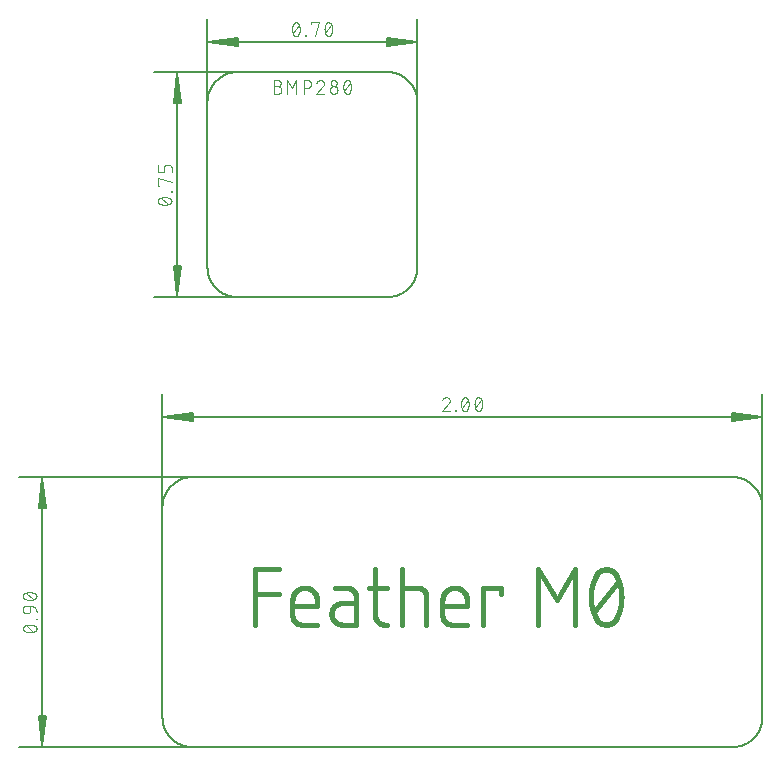
<source format=gbr>
G04 EAGLE Gerber RS-274X export*
G75*
%MOMM*%
%FSLAX34Y34*%
%LPD*%
%INSilkscreen Top*%
%IPPOS*%
%AMOC8*
5,1,8,0,0,1.08239X$1,22.5*%
G01*
%ADD10C,0.127000*%
%ADD11C,0.130000*%
%ADD12C,0.101600*%
%ADD13C,0.406400*%


D10*
X50800Y266700D02*
X508000Y266700D01*
X508614Y266693D01*
X509227Y266670D01*
X509840Y266633D01*
X510451Y266581D01*
X511062Y266515D01*
X511670Y266433D01*
X512276Y266337D01*
X512880Y266227D01*
X513481Y266102D01*
X514079Y265962D01*
X514673Y265808D01*
X515263Y265639D01*
X515849Y265457D01*
X516430Y265260D01*
X517007Y265049D01*
X517578Y264825D01*
X518144Y264587D01*
X518704Y264335D01*
X519257Y264069D01*
X519804Y263791D01*
X520344Y263499D01*
X520877Y263194D01*
X521402Y262876D01*
X521920Y262546D01*
X522429Y262204D01*
X522930Y261849D01*
X523422Y261482D01*
X523905Y261104D01*
X524379Y260714D01*
X524843Y260312D01*
X525298Y259900D01*
X525742Y259476D01*
X526176Y259042D01*
X526600Y258598D01*
X527012Y258143D01*
X527414Y257679D01*
X527804Y257205D01*
X528182Y256722D01*
X528549Y256230D01*
X528904Y255729D01*
X529246Y255220D01*
X529576Y254702D01*
X529894Y254177D01*
X530199Y253644D01*
X530491Y253104D01*
X530769Y252557D01*
X531035Y252004D01*
X531287Y251444D01*
X531525Y250878D01*
X531749Y250307D01*
X531960Y249730D01*
X532157Y249149D01*
X532339Y248563D01*
X532508Y247973D01*
X532662Y247379D01*
X532802Y246781D01*
X532927Y246180D01*
X533037Y245576D01*
X533133Y244970D01*
X533215Y244362D01*
X533281Y243751D01*
X533333Y243140D01*
X533370Y242527D01*
X533393Y241914D01*
X533400Y241300D01*
X533400Y63500D01*
X533393Y62886D01*
X533370Y62273D01*
X533333Y61660D01*
X533281Y61049D01*
X533215Y60438D01*
X533133Y59830D01*
X533037Y59224D01*
X532927Y58620D01*
X532802Y58019D01*
X532662Y57421D01*
X532508Y56827D01*
X532339Y56237D01*
X532157Y55651D01*
X531960Y55070D01*
X531749Y54493D01*
X531525Y53922D01*
X531287Y53356D01*
X531035Y52796D01*
X530769Y52243D01*
X530491Y51696D01*
X530199Y51156D01*
X529894Y50623D01*
X529576Y50098D01*
X529246Y49580D01*
X528904Y49071D01*
X528549Y48570D01*
X528182Y48078D01*
X527804Y47595D01*
X527414Y47121D01*
X527012Y46657D01*
X526600Y46202D01*
X526176Y45758D01*
X525742Y45324D01*
X525298Y44900D01*
X524843Y44488D01*
X524379Y44086D01*
X523905Y43696D01*
X523422Y43318D01*
X522930Y42951D01*
X522429Y42596D01*
X521920Y42254D01*
X521402Y41924D01*
X520877Y41606D01*
X520344Y41301D01*
X519804Y41009D01*
X519257Y40731D01*
X518704Y40465D01*
X518144Y40213D01*
X517578Y39975D01*
X517007Y39751D01*
X516430Y39540D01*
X515849Y39343D01*
X515263Y39161D01*
X514673Y38992D01*
X514079Y38838D01*
X513481Y38698D01*
X512880Y38573D01*
X512276Y38463D01*
X511670Y38367D01*
X511062Y38285D01*
X510451Y38219D01*
X509840Y38167D01*
X509227Y38130D01*
X508614Y38107D01*
X508000Y38100D01*
X50800Y38100D01*
X50186Y38107D01*
X49573Y38130D01*
X48960Y38167D01*
X48349Y38219D01*
X47738Y38285D01*
X47130Y38367D01*
X46524Y38463D01*
X45920Y38573D01*
X45319Y38698D01*
X44721Y38838D01*
X44127Y38992D01*
X43537Y39161D01*
X42951Y39343D01*
X42370Y39540D01*
X41793Y39751D01*
X41222Y39975D01*
X40656Y40213D01*
X40096Y40465D01*
X39543Y40731D01*
X38996Y41009D01*
X38456Y41301D01*
X37923Y41606D01*
X37398Y41924D01*
X36880Y42254D01*
X36371Y42596D01*
X35870Y42951D01*
X35378Y43318D01*
X34895Y43696D01*
X34421Y44086D01*
X33957Y44488D01*
X33502Y44900D01*
X33058Y45324D01*
X32624Y45758D01*
X32200Y46202D01*
X31788Y46657D01*
X31386Y47121D01*
X30996Y47595D01*
X30618Y48078D01*
X30251Y48570D01*
X29896Y49071D01*
X29554Y49580D01*
X29224Y50098D01*
X28906Y50623D01*
X28601Y51156D01*
X28309Y51696D01*
X28031Y52243D01*
X27765Y52796D01*
X27513Y53356D01*
X27275Y53922D01*
X27051Y54493D01*
X26840Y55070D01*
X26643Y55651D01*
X26461Y56237D01*
X26292Y56827D01*
X26138Y57421D01*
X25998Y58019D01*
X25873Y58620D01*
X25763Y59224D01*
X25667Y59830D01*
X25585Y60438D01*
X25519Y61049D01*
X25467Y61660D01*
X25430Y62273D01*
X25407Y62886D01*
X25400Y63500D01*
X25400Y241300D01*
X25407Y241914D01*
X25430Y242527D01*
X25467Y243140D01*
X25519Y243751D01*
X25585Y244362D01*
X25667Y244970D01*
X25763Y245576D01*
X25873Y246180D01*
X25998Y246781D01*
X26138Y247379D01*
X26292Y247973D01*
X26461Y248563D01*
X26643Y249149D01*
X26840Y249730D01*
X27051Y250307D01*
X27275Y250878D01*
X27513Y251444D01*
X27765Y252004D01*
X28031Y252557D01*
X28309Y253104D01*
X28601Y253644D01*
X28906Y254177D01*
X29224Y254702D01*
X29554Y255220D01*
X29896Y255729D01*
X30251Y256230D01*
X30618Y256722D01*
X30996Y257205D01*
X31386Y257679D01*
X31788Y258143D01*
X32200Y258598D01*
X32624Y259042D01*
X33058Y259476D01*
X33502Y259900D01*
X33957Y260312D01*
X34421Y260714D01*
X34895Y261104D01*
X35378Y261482D01*
X35870Y261849D01*
X36371Y262204D01*
X36880Y262546D01*
X37398Y262876D01*
X37923Y263194D01*
X38456Y263499D01*
X38996Y263791D01*
X39543Y264069D01*
X40096Y264335D01*
X40656Y264587D01*
X41222Y264825D01*
X41793Y265049D01*
X42370Y265260D01*
X42951Y265457D01*
X43537Y265639D01*
X44127Y265808D01*
X44721Y265962D01*
X45319Y266102D01*
X45920Y266227D01*
X46524Y266337D01*
X47130Y266433D01*
X47738Y266515D01*
X48349Y266581D01*
X48960Y266633D01*
X49573Y266670D01*
X50186Y266693D01*
X50800Y266700D01*
D11*
X-95700Y266700D01*
X-95700Y38100D02*
X50800Y38100D01*
X-76200Y38750D02*
X-76200Y266050D01*
X-79392Y240700D01*
X-73008Y240700D01*
X-76200Y266050D01*
X-77500Y240700D01*
X-74900Y240700D02*
X-76200Y266050D01*
X-78800Y240700D01*
X-73600Y240700D02*
X-76200Y266050D01*
X-79392Y64100D02*
X-76200Y38750D01*
X-79392Y64100D02*
X-73008Y64100D01*
X-76200Y38750D01*
X-77500Y64100D01*
X-74900Y64100D02*
X-76200Y38750D01*
X-78800Y64100D01*
X-73600Y64100D02*
X-76200Y38750D01*
D12*
X-87025Y135191D02*
X-87255Y135194D01*
X-87485Y135202D01*
X-87714Y135216D01*
X-87943Y135235D01*
X-88172Y135260D01*
X-88399Y135290D01*
X-88627Y135325D01*
X-88853Y135366D01*
X-89078Y135412D01*
X-89302Y135464D01*
X-89524Y135521D01*
X-89746Y135583D01*
X-89965Y135651D01*
X-90183Y135724D01*
X-90400Y135802D01*
X-90614Y135885D01*
X-90826Y135973D01*
X-91036Y136066D01*
X-91244Y136165D01*
X-91244Y136164D02*
X-91334Y136197D01*
X-91423Y136233D01*
X-91511Y136273D01*
X-91596Y136317D01*
X-91680Y136364D01*
X-91762Y136414D01*
X-91842Y136468D01*
X-91919Y136524D01*
X-91995Y136584D01*
X-92068Y136647D01*
X-92138Y136712D01*
X-92206Y136781D01*
X-92270Y136852D01*
X-92332Y136925D01*
X-92391Y137001D01*
X-92447Y137079D01*
X-92500Y137160D01*
X-92549Y137242D01*
X-92595Y137326D01*
X-92638Y137413D01*
X-92677Y137500D01*
X-92713Y137590D01*
X-92745Y137680D01*
X-92773Y137772D01*
X-92798Y137865D01*
X-92819Y137959D01*
X-92836Y138053D01*
X-92850Y138148D01*
X-92859Y138244D01*
X-92865Y138340D01*
X-92867Y138436D01*
X-92865Y138532D01*
X-92859Y138628D01*
X-92850Y138724D01*
X-92836Y138819D01*
X-92819Y138913D01*
X-92798Y139007D01*
X-92773Y139100D01*
X-92745Y139192D01*
X-92713Y139282D01*
X-92677Y139372D01*
X-92638Y139459D01*
X-92595Y139546D01*
X-92549Y139630D01*
X-92500Y139712D01*
X-92447Y139793D01*
X-92391Y139871D01*
X-92332Y139947D01*
X-92270Y140020D01*
X-92206Y140091D01*
X-92138Y140160D01*
X-92068Y140225D01*
X-91995Y140288D01*
X-91919Y140348D01*
X-91842Y140404D01*
X-91762Y140458D01*
X-91680Y140508D01*
X-91596Y140555D01*
X-91511Y140599D01*
X-91423Y140639D01*
X-91334Y140675D01*
X-91244Y140708D01*
X-91037Y140807D01*
X-90827Y140900D01*
X-90614Y140988D01*
X-90400Y141071D01*
X-90184Y141149D01*
X-89966Y141222D01*
X-89746Y141290D01*
X-89525Y141352D01*
X-89302Y141409D01*
X-89078Y141461D01*
X-88853Y141507D01*
X-88627Y141548D01*
X-88400Y141583D01*
X-88172Y141613D01*
X-87943Y141638D01*
X-87714Y141657D01*
X-87485Y141671D01*
X-87255Y141679D01*
X-87025Y141682D01*
X-87025Y135190D02*
X-86795Y135193D01*
X-86565Y135201D01*
X-86336Y135215D01*
X-86107Y135234D01*
X-85878Y135259D01*
X-85650Y135289D01*
X-85423Y135324D01*
X-85197Y135365D01*
X-84972Y135411D01*
X-84748Y135463D01*
X-84525Y135520D01*
X-84304Y135582D01*
X-84084Y135650D01*
X-83866Y135723D01*
X-83650Y135801D01*
X-83436Y135884D01*
X-83224Y135972D01*
X-83013Y136065D01*
X-82806Y136164D01*
X-82716Y136197D01*
X-82627Y136233D01*
X-82539Y136274D01*
X-82454Y136317D01*
X-82370Y136364D01*
X-82288Y136414D01*
X-82208Y136468D01*
X-82131Y136524D01*
X-82055Y136584D01*
X-81982Y136647D01*
X-81912Y136712D01*
X-81844Y136781D01*
X-81780Y136852D01*
X-81718Y136925D01*
X-81659Y137001D01*
X-81603Y137079D01*
X-81550Y137160D01*
X-81501Y137242D01*
X-81455Y137326D01*
X-81412Y137413D01*
X-81373Y137500D01*
X-81337Y137590D01*
X-81305Y137680D01*
X-81277Y137772D01*
X-81252Y137865D01*
X-81231Y137959D01*
X-81214Y138053D01*
X-81200Y138148D01*
X-81191Y138244D01*
X-81185Y138340D01*
X-81183Y138436D01*
X-82806Y140708D02*
X-83013Y140807D01*
X-83224Y140900D01*
X-83436Y140988D01*
X-83650Y141071D01*
X-83866Y141149D01*
X-84084Y141222D01*
X-84304Y141290D01*
X-84525Y141352D01*
X-84748Y141409D01*
X-84972Y141461D01*
X-85197Y141507D01*
X-85423Y141548D01*
X-85650Y141583D01*
X-85878Y141613D01*
X-86107Y141638D01*
X-86336Y141657D01*
X-86565Y141671D01*
X-86795Y141679D01*
X-87025Y141682D01*
X-82806Y140708D02*
X-82716Y140675D01*
X-82627Y140639D01*
X-82539Y140599D01*
X-82454Y140555D01*
X-82370Y140508D01*
X-82288Y140458D01*
X-82208Y140404D01*
X-82131Y140348D01*
X-82055Y140288D01*
X-81982Y140225D01*
X-81912Y140160D01*
X-81844Y140091D01*
X-81780Y140020D01*
X-81718Y139947D01*
X-81659Y139871D01*
X-81603Y139793D01*
X-81550Y139712D01*
X-81501Y139630D01*
X-81455Y139546D01*
X-81412Y139459D01*
X-81373Y139372D01*
X-81337Y139282D01*
X-81305Y139192D01*
X-81277Y139100D01*
X-81252Y139007D01*
X-81231Y138913D01*
X-81214Y138819D01*
X-81200Y138724D01*
X-81191Y138628D01*
X-81185Y138532D01*
X-81183Y138436D01*
X-83779Y135839D02*
X-90271Y141032D01*
X-81832Y146112D02*
X-81183Y146112D01*
X-81832Y146112D02*
X-81832Y146761D01*
X-81183Y146761D01*
X-81183Y146112D01*
X-86376Y153789D02*
X-86376Y157683D01*
X-86376Y153789D02*
X-86378Y153690D01*
X-86384Y153590D01*
X-86393Y153491D01*
X-86406Y153393D01*
X-86423Y153295D01*
X-86444Y153197D01*
X-86469Y153101D01*
X-86497Y153006D01*
X-86529Y152912D01*
X-86564Y152819D01*
X-86603Y152727D01*
X-86646Y152637D01*
X-86691Y152549D01*
X-86741Y152462D01*
X-86793Y152378D01*
X-86849Y152295D01*
X-86907Y152215D01*
X-86969Y152137D01*
X-87034Y152062D01*
X-87102Y151989D01*
X-87172Y151919D01*
X-87245Y151851D01*
X-87320Y151786D01*
X-87398Y151724D01*
X-87478Y151666D01*
X-87561Y151610D01*
X-87645Y151558D01*
X-87732Y151508D01*
X-87820Y151463D01*
X-87910Y151420D01*
X-88002Y151381D01*
X-88095Y151346D01*
X-88189Y151314D01*
X-88284Y151286D01*
X-88380Y151261D01*
X-88478Y151240D01*
X-88576Y151223D01*
X-88674Y151210D01*
X-88773Y151201D01*
X-88873Y151195D01*
X-88972Y151193D01*
X-88972Y151192D02*
X-89621Y151192D01*
X-89734Y151194D01*
X-89847Y151200D01*
X-89960Y151210D01*
X-90073Y151224D01*
X-90185Y151241D01*
X-90296Y151263D01*
X-90406Y151288D01*
X-90516Y151318D01*
X-90624Y151351D01*
X-90731Y151388D01*
X-90837Y151428D01*
X-90941Y151473D01*
X-91044Y151521D01*
X-91145Y151572D01*
X-91244Y151627D01*
X-91341Y151685D01*
X-91436Y151747D01*
X-91529Y151812D01*
X-91619Y151880D01*
X-91707Y151951D01*
X-91793Y152026D01*
X-91876Y152103D01*
X-91956Y152183D01*
X-92033Y152266D01*
X-92108Y152352D01*
X-92179Y152440D01*
X-92247Y152530D01*
X-92312Y152623D01*
X-92374Y152718D01*
X-92432Y152815D01*
X-92487Y152914D01*
X-92538Y153015D01*
X-92586Y153118D01*
X-92631Y153222D01*
X-92671Y153328D01*
X-92708Y153435D01*
X-92741Y153543D01*
X-92771Y153653D01*
X-92796Y153763D01*
X-92818Y153874D01*
X-92835Y153986D01*
X-92849Y154099D01*
X-92859Y154212D01*
X-92865Y154325D01*
X-92867Y154438D01*
X-92865Y154551D01*
X-92859Y154664D01*
X-92849Y154777D01*
X-92835Y154890D01*
X-92818Y155002D01*
X-92796Y155113D01*
X-92771Y155223D01*
X-92741Y155333D01*
X-92708Y155441D01*
X-92671Y155548D01*
X-92631Y155654D01*
X-92586Y155758D01*
X-92538Y155861D01*
X-92487Y155962D01*
X-92432Y156061D01*
X-92374Y156158D01*
X-92312Y156253D01*
X-92247Y156346D01*
X-92179Y156436D01*
X-92108Y156524D01*
X-92033Y156610D01*
X-91956Y156693D01*
X-91876Y156773D01*
X-91793Y156850D01*
X-91707Y156925D01*
X-91619Y156996D01*
X-91529Y157064D01*
X-91436Y157129D01*
X-91341Y157191D01*
X-91244Y157249D01*
X-91145Y157304D01*
X-91044Y157355D01*
X-90941Y157403D01*
X-90837Y157448D01*
X-90731Y157488D01*
X-90624Y157525D01*
X-90516Y157558D01*
X-90406Y157588D01*
X-90296Y157613D01*
X-90185Y157635D01*
X-90073Y157652D01*
X-89960Y157666D01*
X-89847Y157676D01*
X-89734Y157682D01*
X-89621Y157684D01*
X-89621Y157683D02*
X-86376Y157683D01*
X-86233Y157681D01*
X-86090Y157675D01*
X-85947Y157665D01*
X-85805Y157651D01*
X-85663Y157634D01*
X-85521Y157612D01*
X-85380Y157587D01*
X-85240Y157557D01*
X-85101Y157524D01*
X-84963Y157487D01*
X-84826Y157446D01*
X-84690Y157402D01*
X-84555Y157353D01*
X-84422Y157301D01*
X-84290Y157246D01*
X-84160Y157186D01*
X-84031Y157123D01*
X-83904Y157057D01*
X-83780Y156987D01*
X-83657Y156914D01*
X-83536Y156837D01*
X-83417Y156757D01*
X-83301Y156674D01*
X-83186Y156588D01*
X-83075Y156499D01*
X-82965Y156406D01*
X-82859Y156311D01*
X-82755Y156212D01*
X-82654Y156111D01*
X-82555Y156007D01*
X-82460Y155901D01*
X-82367Y155791D01*
X-82278Y155680D01*
X-82192Y155565D01*
X-82109Y155449D01*
X-82029Y155330D01*
X-81952Y155209D01*
X-81879Y155087D01*
X-81809Y154962D01*
X-81743Y154835D01*
X-81680Y154706D01*
X-81620Y154576D01*
X-81565Y154444D01*
X-81513Y154311D01*
X-81464Y154176D01*
X-81420Y154040D01*
X-81379Y153903D01*
X-81342Y153765D01*
X-81309Y153626D01*
X-81279Y153486D01*
X-81254Y153345D01*
X-81232Y153203D01*
X-81215Y153061D01*
X-81201Y152919D01*
X-81191Y152776D01*
X-81185Y152633D01*
X-81183Y152490D01*
X-87025Y162623D02*
X-87255Y162626D01*
X-87485Y162634D01*
X-87714Y162648D01*
X-87943Y162667D01*
X-88172Y162692D01*
X-88399Y162722D01*
X-88627Y162757D01*
X-88853Y162798D01*
X-89078Y162844D01*
X-89302Y162896D01*
X-89524Y162953D01*
X-89746Y163015D01*
X-89965Y163083D01*
X-90183Y163156D01*
X-90400Y163234D01*
X-90614Y163317D01*
X-90826Y163405D01*
X-91036Y163498D01*
X-91244Y163597D01*
X-91244Y163596D02*
X-91334Y163629D01*
X-91423Y163665D01*
X-91511Y163705D01*
X-91596Y163749D01*
X-91680Y163796D01*
X-91762Y163846D01*
X-91842Y163900D01*
X-91919Y163956D01*
X-91995Y164016D01*
X-92068Y164079D01*
X-92138Y164144D01*
X-92206Y164213D01*
X-92270Y164284D01*
X-92332Y164357D01*
X-92391Y164433D01*
X-92447Y164511D01*
X-92500Y164592D01*
X-92549Y164674D01*
X-92595Y164758D01*
X-92638Y164845D01*
X-92677Y164932D01*
X-92713Y165022D01*
X-92745Y165112D01*
X-92773Y165204D01*
X-92798Y165297D01*
X-92819Y165391D01*
X-92836Y165485D01*
X-92850Y165580D01*
X-92859Y165676D01*
X-92865Y165772D01*
X-92867Y165868D01*
X-92865Y165964D01*
X-92859Y166060D01*
X-92850Y166156D01*
X-92836Y166251D01*
X-92819Y166345D01*
X-92798Y166439D01*
X-92773Y166532D01*
X-92745Y166624D01*
X-92713Y166714D01*
X-92677Y166804D01*
X-92638Y166891D01*
X-92595Y166978D01*
X-92549Y167062D01*
X-92500Y167144D01*
X-92447Y167225D01*
X-92391Y167303D01*
X-92332Y167379D01*
X-92270Y167452D01*
X-92206Y167523D01*
X-92138Y167592D01*
X-92068Y167657D01*
X-91995Y167720D01*
X-91919Y167780D01*
X-91842Y167836D01*
X-91762Y167890D01*
X-91680Y167940D01*
X-91596Y167987D01*
X-91511Y168031D01*
X-91423Y168071D01*
X-91334Y168107D01*
X-91244Y168140D01*
X-91037Y168239D01*
X-90827Y168332D01*
X-90614Y168420D01*
X-90400Y168503D01*
X-90184Y168581D01*
X-89966Y168654D01*
X-89746Y168722D01*
X-89525Y168784D01*
X-89302Y168841D01*
X-89078Y168893D01*
X-88853Y168939D01*
X-88627Y168980D01*
X-88400Y169015D01*
X-88172Y169045D01*
X-87943Y169070D01*
X-87714Y169089D01*
X-87485Y169103D01*
X-87255Y169111D01*
X-87025Y169114D01*
X-87025Y162622D02*
X-86795Y162625D01*
X-86565Y162633D01*
X-86336Y162647D01*
X-86107Y162666D01*
X-85878Y162691D01*
X-85650Y162721D01*
X-85423Y162756D01*
X-85197Y162797D01*
X-84972Y162843D01*
X-84748Y162895D01*
X-84525Y162952D01*
X-84304Y163014D01*
X-84084Y163082D01*
X-83866Y163155D01*
X-83650Y163233D01*
X-83436Y163316D01*
X-83224Y163404D01*
X-83013Y163497D01*
X-82806Y163596D01*
X-82716Y163629D01*
X-82627Y163665D01*
X-82539Y163706D01*
X-82454Y163749D01*
X-82370Y163796D01*
X-82288Y163846D01*
X-82208Y163900D01*
X-82131Y163956D01*
X-82055Y164016D01*
X-81982Y164079D01*
X-81912Y164144D01*
X-81844Y164213D01*
X-81780Y164284D01*
X-81718Y164357D01*
X-81659Y164433D01*
X-81603Y164511D01*
X-81550Y164592D01*
X-81501Y164674D01*
X-81455Y164758D01*
X-81412Y164845D01*
X-81373Y164932D01*
X-81337Y165022D01*
X-81305Y165112D01*
X-81277Y165204D01*
X-81252Y165297D01*
X-81231Y165391D01*
X-81214Y165485D01*
X-81200Y165580D01*
X-81191Y165676D01*
X-81185Y165772D01*
X-81183Y165868D01*
X-82806Y168139D02*
X-83013Y168238D01*
X-83224Y168331D01*
X-83436Y168419D01*
X-83650Y168502D01*
X-83866Y168580D01*
X-84084Y168653D01*
X-84304Y168721D01*
X-84525Y168783D01*
X-84748Y168840D01*
X-84972Y168892D01*
X-85197Y168938D01*
X-85423Y168979D01*
X-85650Y169014D01*
X-85878Y169044D01*
X-86107Y169069D01*
X-86336Y169088D01*
X-86565Y169102D01*
X-86795Y169110D01*
X-87025Y169113D01*
X-82806Y168140D02*
X-82716Y168107D01*
X-82627Y168071D01*
X-82539Y168031D01*
X-82454Y167987D01*
X-82370Y167940D01*
X-82288Y167890D01*
X-82208Y167836D01*
X-82131Y167780D01*
X-82055Y167720D01*
X-81982Y167657D01*
X-81912Y167592D01*
X-81844Y167523D01*
X-81780Y167452D01*
X-81718Y167379D01*
X-81659Y167303D01*
X-81603Y167225D01*
X-81550Y167144D01*
X-81501Y167062D01*
X-81455Y166978D01*
X-81412Y166891D01*
X-81373Y166804D01*
X-81337Y166714D01*
X-81305Y166624D01*
X-81277Y166532D01*
X-81252Y166439D01*
X-81231Y166345D01*
X-81214Y166251D01*
X-81200Y166156D01*
X-81191Y166060D01*
X-81185Y165964D01*
X-81183Y165868D01*
X-83779Y163271D02*
X-90271Y168464D01*
D11*
X25400Y241300D02*
X25400Y337000D01*
X533400Y337000D02*
X533400Y241300D01*
X532750Y317500D02*
X26050Y317500D01*
X51400Y320692D01*
X51400Y314308D01*
X26050Y317500D01*
X51400Y318800D01*
X51400Y316200D02*
X26050Y317500D01*
X51400Y320100D01*
X51400Y314900D02*
X26050Y317500D01*
X507400Y320692D02*
X532750Y317500D01*
X507400Y320692D02*
X507400Y314308D01*
X532750Y317500D01*
X507400Y318800D01*
X507400Y316200D02*
X532750Y317500D01*
X507400Y320100D01*
X507400Y314900D02*
X532750Y317500D01*
D12*
X268681Y331246D02*
X268679Y331353D01*
X268673Y331459D01*
X268663Y331565D01*
X268650Y331671D01*
X268632Y331777D01*
X268611Y331881D01*
X268586Y331985D01*
X268557Y332088D01*
X268525Y332189D01*
X268488Y332289D01*
X268448Y332388D01*
X268405Y332486D01*
X268358Y332582D01*
X268307Y332676D01*
X268253Y332768D01*
X268196Y332858D01*
X268136Y332946D01*
X268072Y333031D01*
X268005Y333114D01*
X267935Y333195D01*
X267863Y333273D01*
X267787Y333349D01*
X267709Y333421D01*
X267628Y333491D01*
X267545Y333558D01*
X267460Y333622D01*
X267372Y333682D01*
X267282Y333739D01*
X267190Y333793D01*
X267096Y333844D01*
X267000Y333891D01*
X266902Y333934D01*
X266803Y333974D01*
X266703Y334011D01*
X266602Y334043D01*
X266499Y334072D01*
X266395Y334097D01*
X266291Y334118D01*
X266185Y334136D01*
X266079Y334149D01*
X265973Y334159D01*
X265867Y334165D01*
X265760Y334167D01*
X265639Y334165D01*
X265518Y334159D01*
X265398Y334149D01*
X265277Y334136D01*
X265158Y334118D01*
X265038Y334097D01*
X264920Y334072D01*
X264803Y334043D01*
X264686Y334010D01*
X264571Y333974D01*
X264457Y333933D01*
X264344Y333890D01*
X264232Y333842D01*
X264123Y333791D01*
X264015Y333736D01*
X263908Y333678D01*
X263804Y333617D01*
X263702Y333552D01*
X263602Y333484D01*
X263504Y333413D01*
X263408Y333339D01*
X263315Y333262D01*
X263225Y333181D01*
X263137Y333098D01*
X263052Y333012D01*
X262969Y332923D01*
X262890Y332832D01*
X262813Y332738D01*
X262740Y332642D01*
X262670Y332544D01*
X262603Y332443D01*
X262539Y332340D01*
X262479Y332235D01*
X262422Y332128D01*
X262368Y332020D01*
X262318Y331910D01*
X262272Y331798D01*
X262229Y331685D01*
X262190Y331570D01*
X267708Y328974D02*
X267787Y329051D01*
X267863Y329132D01*
X267936Y329215D01*
X268006Y329300D01*
X268073Y329388D01*
X268137Y329478D01*
X268197Y329570D01*
X268254Y329665D01*
X268308Y329761D01*
X268359Y329859D01*
X268406Y329959D01*
X268450Y330061D01*
X268490Y330164D01*
X268526Y330268D01*
X268558Y330374D01*
X268587Y330480D01*
X268612Y330588D01*
X268634Y330696D01*
X268651Y330806D01*
X268665Y330915D01*
X268674Y331025D01*
X268680Y331136D01*
X268682Y331246D01*
X267708Y328974D02*
X262190Y322483D01*
X268681Y322483D01*
X273112Y322483D02*
X273112Y323132D01*
X273761Y323132D01*
X273761Y322483D01*
X273112Y322483D01*
X278193Y328325D02*
X278196Y328555D01*
X278204Y328785D01*
X278218Y329014D01*
X278237Y329243D01*
X278262Y329472D01*
X278292Y329699D01*
X278327Y329927D01*
X278368Y330153D01*
X278414Y330378D01*
X278466Y330602D01*
X278523Y330824D01*
X278585Y331046D01*
X278653Y331265D01*
X278726Y331483D01*
X278804Y331700D01*
X278887Y331914D01*
X278975Y332126D01*
X279068Y332336D01*
X279167Y332544D01*
X279166Y332544D02*
X279199Y332634D01*
X279235Y332723D01*
X279275Y332811D01*
X279319Y332896D01*
X279366Y332980D01*
X279416Y333062D01*
X279470Y333142D01*
X279526Y333219D01*
X279586Y333295D01*
X279649Y333368D01*
X279714Y333438D01*
X279783Y333506D01*
X279854Y333570D01*
X279927Y333632D01*
X280003Y333691D01*
X280081Y333747D01*
X280162Y333800D01*
X280244Y333849D01*
X280328Y333895D01*
X280415Y333938D01*
X280502Y333977D01*
X280592Y334013D01*
X280682Y334045D01*
X280774Y334073D01*
X280867Y334098D01*
X280961Y334119D01*
X281055Y334136D01*
X281150Y334150D01*
X281246Y334159D01*
X281342Y334165D01*
X281438Y334167D01*
X281534Y334165D01*
X281630Y334159D01*
X281726Y334150D01*
X281821Y334136D01*
X281915Y334119D01*
X282009Y334098D01*
X282102Y334073D01*
X282194Y334045D01*
X282284Y334013D01*
X282374Y333977D01*
X282461Y333938D01*
X282548Y333895D01*
X282632Y333849D01*
X282714Y333800D01*
X282795Y333747D01*
X282873Y333691D01*
X282949Y333632D01*
X283022Y333570D01*
X283093Y333506D01*
X283162Y333438D01*
X283227Y333368D01*
X283290Y333295D01*
X283350Y333219D01*
X283406Y333142D01*
X283460Y333062D01*
X283510Y332980D01*
X283557Y332896D01*
X283601Y332811D01*
X283641Y332723D01*
X283677Y332634D01*
X283710Y332544D01*
X283809Y332337D01*
X283902Y332127D01*
X283990Y331914D01*
X284073Y331700D01*
X284151Y331484D01*
X284224Y331266D01*
X284292Y331046D01*
X284354Y330825D01*
X284411Y330602D01*
X284463Y330378D01*
X284509Y330153D01*
X284550Y329927D01*
X284585Y329700D01*
X284615Y329472D01*
X284640Y329243D01*
X284659Y329014D01*
X284673Y328785D01*
X284681Y328555D01*
X284684Y328325D01*
X278192Y328325D02*
X278195Y328095D01*
X278203Y327865D01*
X278217Y327636D01*
X278236Y327407D01*
X278261Y327178D01*
X278291Y326950D01*
X278326Y326723D01*
X278367Y326497D01*
X278413Y326272D01*
X278465Y326048D01*
X278522Y325825D01*
X278584Y325604D01*
X278652Y325384D01*
X278725Y325166D01*
X278803Y324950D01*
X278886Y324736D01*
X278974Y324524D01*
X279067Y324313D01*
X279166Y324106D01*
X279199Y324016D01*
X279235Y323927D01*
X279276Y323839D01*
X279319Y323754D01*
X279366Y323670D01*
X279416Y323588D01*
X279470Y323508D01*
X279526Y323431D01*
X279586Y323355D01*
X279649Y323282D01*
X279714Y323212D01*
X279783Y323144D01*
X279854Y323080D01*
X279927Y323018D01*
X280003Y322959D01*
X280081Y322903D01*
X280162Y322850D01*
X280244Y322801D01*
X280328Y322755D01*
X280415Y322712D01*
X280502Y322673D01*
X280592Y322637D01*
X280682Y322605D01*
X280774Y322577D01*
X280867Y322552D01*
X280961Y322531D01*
X281055Y322514D01*
X281150Y322500D01*
X281246Y322491D01*
X281342Y322485D01*
X281438Y322483D01*
X283709Y324106D02*
X283808Y324313D01*
X283901Y324524D01*
X283989Y324736D01*
X284072Y324950D01*
X284150Y325166D01*
X284223Y325384D01*
X284291Y325604D01*
X284353Y325825D01*
X284410Y326048D01*
X284462Y326272D01*
X284508Y326497D01*
X284549Y326723D01*
X284584Y326950D01*
X284614Y327178D01*
X284639Y327407D01*
X284658Y327636D01*
X284672Y327865D01*
X284680Y328095D01*
X284683Y328325D01*
X283710Y324106D02*
X283677Y324016D01*
X283641Y323927D01*
X283601Y323839D01*
X283557Y323754D01*
X283510Y323670D01*
X283460Y323588D01*
X283406Y323508D01*
X283350Y323431D01*
X283290Y323355D01*
X283227Y323282D01*
X283162Y323212D01*
X283093Y323144D01*
X283022Y323080D01*
X282949Y323018D01*
X282873Y322959D01*
X282795Y322903D01*
X282714Y322850D01*
X282632Y322801D01*
X282548Y322755D01*
X282461Y322712D01*
X282374Y322673D01*
X282284Y322637D01*
X282194Y322605D01*
X282102Y322577D01*
X282009Y322552D01*
X281915Y322531D01*
X281821Y322514D01*
X281726Y322500D01*
X281630Y322491D01*
X281534Y322485D01*
X281438Y322483D01*
X278841Y325079D02*
X284034Y331571D01*
X289623Y328325D02*
X289626Y328555D01*
X289634Y328785D01*
X289648Y329014D01*
X289667Y329243D01*
X289692Y329472D01*
X289722Y329699D01*
X289757Y329927D01*
X289798Y330153D01*
X289844Y330378D01*
X289896Y330602D01*
X289953Y330824D01*
X290015Y331046D01*
X290083Y331265D01*
X290156Y331483D01*
X290234Y331700D01*
X290317Y331914D01*
X290405Y332126D01*
X290498Y332336D01*
X290597Y332544D01*
X290596Y332544D02*
X290629Y332634D01*
X290665Y332723D01*
X290705Y332811D01*
X290749Y332896D01*
X290796Y332980D01*
X290846Y333062D01*
X290900Y333142D01*
X290956Y333219D01*
X291016Y333295D01*
X291079Y333368D01*
X291144Y333438D01*
X291213Y333506D01*
X291284Y333570D01*
X291357Y333632D01*
X291433Y333691D01*
X291511Y333747D01*
X291592Y333800D01*
X291674Y333849D01*
X291758Y333895D01*
X291845Y333938D01*
X291932Y333977D01*
X292022Y334013D01*
X292112Y334045D01*
X292204Y334073D01*
X292297Y334098D01*
X292391Y334119D01*
X292485Y334136D01*
X292580Y334150D01*
X292676Y334159D01*
X292772Y334165D01*
X292868Y334167D01*
X292964Y334165D01*
X293060Y334159D01*
X293156Y334150D01*
X293251Y334136D01*
X293345Y334119D01*
X293439Y334098D01*
X293532Y334073D01*
X293624Y334045D01*
X293714Y334013D01*
X293804Y333977D01*
X293891Y333938D01*
X293978Y333895D01*
X294062Y333849D01*
X294144Y333800D01*
X294225Y333747D01*
X294303Y333691D01*
X294379Y333632D01*
X294452Y333570D01*
X294523Y333506D01*
X294592Y333438D01*
X294657Y333368D01*
X294720Y333295D01*
X294780Y333219D01*
X294836Y333142D01*
X294890Y333062D01*
X294940Y332980D01*
X294987Y332896D01*
X295031Y332811D01*
X295071Y332723D01*
X295107Y332634D01*
X295140Y332544D01*
X295239Y332337D01*
X295332Y332127D01*
X295420Y331914D01*
X295503Y331700D01*
X295581Y331484D01*
X295654Y331266D01*
X295722Y331046D01*
X295784Y330825D01*
X295841Y330602D01*
X295893Y330378D01*
X295939Y330153D01*
X295980Y329927D01*
X296015Y329700D01*
X296045Y329472D01*
X296070Y329243D01*
X296089Y329014D01*
X296103Y328785D01*
X296111Y328555D01*
X296114Y328325D01*
X289622Y328325D02*
X289625Y328095D01*
X289633Y327865D01*
X289647Y327636D01*
X289666Y327407D01*
X289691Y327178D01*
X289721Y326950D01*
X289756Y326723D01*
X289797Y326497D01*
X289843Y326272D01*
X289895Y326048D01*
X289952Y325825D01*
X290014Y325604D01*
X290082Y325384D01*
X290155Y325166D01*
X290233Y324950D01*
X290316Y324736D01*
X290404Y324524D01*
X290497Y324313D01*
X290596Y324106D01*
X290629Y324016D01*
X290665Y323927D01*
X290706Y323839D01*
X290749Y323754D01*
X290796Y323670D01*
X290846Y323588D01*
X290900Y323508D01*
X290956Y323431D01*
X291016Y323355D01*
X291079Y323282D01*
X291144Y323212D01*
X291213Y323144D01*
X291284Y323080D01*
X291357Y323018D01*
X291433Y322959D01*
X291511Y322903D01*
X291592Y322850D01*
X291674Y322801D01*
X291758Y322755D01*
X291845Y322712D01*
X291932Y322673D01*
X292022Y322637D01*
X292112Y322605D01*
X292204Y322577D01*
X292297Y322552D01*
X292391Y322531D01*
X292485Y322514D01*
X292580Y322500D01*
X292676Y322491D01*
X292772Y322485D01*
X292868Y322483D01*
X295139Y324106D02*
X295238Y324313D01*
X295331Y324524D01*
X295419Y324736D01*
X295502Y324950D01*
X295580Y325166D01*
X295653Y325384D01*
X295721Y325604D01*
X295783Y325825D01*
X295840Y326048D01*
X295892Y326272D01*
X295938Y326497D01*
X295979Y326723D01*
X296014Y326950D01*
X296044Y327178D01*
X296069Y327407D01*
X296088Y327636D01*
X296102Y327865D01*
X296110Y328095D01*
X296113Y328325D01*
X295140Y324106D02*
X295107Y324016D01*
X295071Y323927D01*
X295031Y323839D01*
X294987Y323754D01*
X294940Y323670D01*
X294890Y323588D01*
X294836Y323508D01*
X294780Y323431D01*
X294720Y323355D01*
X294657Y323282D01*
X294592Y323212D01*
X294523Y323144D01*
X294452Y323080D01*
X294379Y323018D01*
X294303Y322959D01*
X294225Y322903D01*
X294144Y322850D01*
X294062Y322801D01*
X293978Y322755D01*
X293891Y322712D01*
X293804Y322673D01*
X293714Y322637D01*
X293624Y322605D01*
X293532Y322577D01*
X293439Y322552D01*
X293345Y322531D01*
X293251Y322514D01*
X293156Y322500D01*
X293060Y322491D01*
X292964Y322485D01*
X292868Y322483D01*
X290271Y325079D02*
X295464Y331571D01*
D13*
X103632Y188468D02*
X103632Y141732D01*
X103632Y188468D02*
X124404Y188468D01*
X124404Y167696D02*
X103632Y167696D01*
X143247Y141732D02*
X156229Y141732D01*
X143247Y141732D02*
X143059Y141734D01*
X142871Y141741D01*
X142683Y141752D01*
X142495Y141768D01*
X142308Y141789D01*
X142122Y141814D01*
X141936Y141843D01*
X141751Y141877D01*
X141566Y141916D01*
X141383Y141958D01*
X141201Y142006D01*
X141020Y142057D01*
X140840Y142113D01*
X140662Y142174D01*
X140485Y142238D01*
X140310Y142307D01*
X140136Y142380D01*
X139965Y142457D01*
X139795Y142539D01*
X139627Y142624D01*
X139462Y142714D01*
X139298Y142807D01*
X139137Y142904D01*
X138979Y143006D01*
X138822Y143111D01*
X138669Y143220D01*
X138518Y143332D01*
X138370Y143448D01*
X138224Y143568D01*
X138082Y143691D01*
X137943Y143817D01*
X137806Y143947D01*
X137673Y144080D01*
X137543Y144217D01*
X137417Y144356D01*
X137294Y144498D01*
X137174Y144644D01*
X137058Y144792D01*
X136946Y144943D01*
X136837Y145096D01*
X136732Y145253D01*
X136630Y145411D01*
X136533Y145572D01*
X136440Y145736D01*
X136350Y145901D01*
X136265Y146069D01*
X136183Y146239D01*
X136106Y146410D01*
X136033Y146584D01*
X135964Y146759D01*
X135900Y146936D01*
X135839Y147114D01*
X135783Y147294D01*
X135732Y147475D01*
X135684Y147657D01*
X135642Y147840D01*
X135603Y148025D01*
X135569Y148210D01*
X135540Y148396D01*
X135515Y148582D01*
X135494Y148769D01*
X135478Y148957D01*
X135467Y149145D01*
X135460Y149333D01*
X135458Y149521D01*
X135457Y149521D02*
X135457Y162504D01*
X135460Y162757D01*
X135469Y163010D01*
X135485Y163262D01*
X135506Y163514D01*
X135534Y163766D01*
X135568Y164016D01*
X135608Y164266D01*
X135653Y164515D01*
X135705Y164762D01*
X135763Y165008D01*
X135827Y165253D01*
X135897Y165496D01*
X135973Y165737D01*
X136055Y165977D01*
X136142Y166214D01*
X136236Y166449D01*
X136334Y166682D01*
X136439Y166912D01*
X136549Y167140D01*
X136665Y167365D01*
X136786Y167587D01*
X136912Y167806D01*
X137044Y168022D01*
X137181Y168235D01*
X137323Y168444D01*
X137470Y168650D01*
X137623Y168852D01*
X137780Y169050D01*
X137941Y169244D01*
X138108Y169435D01*
X138279Y169621D01*
X138454Y169803D01*
X138634Y169981D01*
X138819Y170154D01*
X139007Y170323D01*
X139199Y170487D01*
X139396Y170647D01*
X139596Y170801D01*
X139800Y170951D01*
X140007Y171095D01*
X140218Y171235D01*
X140433Y171369D01*
X140650Y171499D01*
X140871Y171622D01*
X141094Y171741D01*
X141320Y171854D01*
X141549Y171961D01*
X141781Y172063D01*
X142015Y172159D01*
X142251Y172249D01*
X142490Y172334D01*
X142730Y172412D01*
X142972Y172485D01*
X143216Y172552D01*
X143461Y172613D01*
X143708Y172668D01*
X143957Y172717D01*
X144206Y172760D01*
X144456Y172797D01*
X144707Y172828D01*
X144959Y172852D01*
X145211Y172871D01*
X145464Y172883D01*
X145717Y172889D01*
X145969Y172889D01*
X146222Y172883D01*
X146475Y172871D01*
X146727Y172852D01*
X146979Y172828D01*
X147230Y172797D01*
X147480Y172760D01*
X147729Y172717D01*
X147978Y172668D01*
X148225Y172613D01*
X148470Y172552D01*
X148714Y172485D01*
X148956Y172412D01*
X149196Y172334D01*
X149435Y172249D01*
X149671Y172159D01*
X149905Y172063D01*
X150137Y171961D01*
X150366Y171854D01*
X150592Y171741D01*
X150815Y171622D01*
X151036Y171499D01*
X151253Y171369D01*
X151468Y171235D01*
X151679Y171095D01*
X151886Y170951D01*
X152090Y170801D01*
X152290Y170647D01*
X152487Y170487D01*
X152679Y170323D01*
X152867Y170154D01*
X153052Y169981D01*
X153232Y169803D01*
X153407Y169621D01*
X153578Y169435D01*
X153745Y169244D01*
X153906Y169050D01*
X154063Y168852D01*
X154216Y168650D01*
X154363Y168444D01*
X154505Y168235D01*
X154642Y168022D01*
X154774Y167806D01*
X154900Y167587D01*
X155021Y167365D01*
X155137Y167140D01*
X155247Y166912D01*
X155352Y166682D01*
X155450Y166449D01*
X155544Y166214D01*
X155631Y165977D01*
X155713Y165737D01*
X155789Y165496D01*
X155859Y165253D01*
X155923Y165008D01*
X155981Y164762D01*
X156033Y164515D01*
X156078Y164266D01*
X156118Y164016D01*
X156152Y163766D01*
X156180Y163514D01*
X156201Y163262D01*
X156217Y163010D01*
X156226Y162757D01*
X156229Y162504D01*
X156229Y157311D01*
X135457Y157311D01*
X177597Y159907D02*
X189281Y159907D01*
X177597Y159908D02*
X177376Y159905D01*
X177155Y159897D01*
X176934Y159884D01*
X176713Y159865D01*
X176493Y159841D01*
X176274Y159811D01*
X176055Y159776D01*
X175838Y159736D01*
X175621Y159691D01*
X175406Y159640D01*
X175191Y159584D01*
X174979Y159523D01*
X174768Y159456D01*
X174558Y159385D01*
X174350Y159308D01*
X174145Y159227D01*
X173941Y159140D01*
X173740Y159049D01*
X173540Y158952D01*
X173343Y158851D01*
X173149Y158745D01*
X172958Y158635D01*
X172769Y158519D01*
X172583Y158399D01*
X172399Y158275D01*
X172219Y158146D01*
X172043Y158013D01*
X171869Y157876D01*
X171699Y157734D01*
X171532Y157588D01*
X171369Y157439D01*
X171210Y157285D01*
X171055Y157128D01*
X170903Y156967D01*
X170755Y156802D01*
X170612Y156633D01*
X170472Y156462D01*
X170337Y156286D01*
X170206Y156108D01*
X170079Y155926D01*
X169957Y155742D01*
X169840Y155554D01*
X169727Y155364D01*
X169618Y155171D01*
X169515Y154975D01*
X169416Y154777D01*
X169322Y154577D01*
X169233Y154374D01*
X169149Y154170D01*
X169070Y153963D01*
X168996Y153754D01*
X168927Y153544D01*
X168863Y153332D01*
X168805Y153119D01*
X168751Y152904D01*
X168703Y152688D01*
X168660Y152471D01*
X168623Y152253D01*
X168590Y152034D01*
X168564Y151814D01*
X168542Y151594D01*
X168526Y151373D01*
X168515Y151152D01*
X168510Y150931D01*
X168510Y150709D01*
X168515Y150488D01*
X168526Y150267D01*
X168542Y150046D01*
X168564Y149826D01*
X168590Y149606D01*
X168623Y149387D01*
X168660Y149169D01*
X168703Y148952D01*
X168751Y148736D01*
X168805Y148521D01*
X168863Y148308D01*
X168927Y148096D01*
X168996Y147886D01*
X169070Y147677D01*
X169149Y147470D01*
X169233Y147266D01*
X169322Y147063D01*
X169416Y146863D01*
X169515Y146665D01*
X169618Y146469D01*
X169727Y146276D01*
X169840Y146086D01*
X169957Y145898D01*
X170079Y145714D01*
X170206Y145532D01*
X170337Y145354D01*
X170472Y145178D01*
X170612Y145007D01*
X170755Y144838D01*
X170903Y144673D01*
X171055Y144512D01*
X171210Y144355D01*
X171369Y144201D01*
X171532Y144052D01*
X171699Y143906D01*
X171869Y143764D01*
X172043Y143627D01*
X172219Y143494D01*
X172399Y143365D01*
X172583Y143241D01*
X172769Y143121D01*
X172958Y143005D01*
X173149Y142895D01*
X173343Y142789D01*
X173540Y142688D01*
X173740Y142591D01*
X173941Y142500D01*
X174145Y142413D01*
X174350Y142332D01*
X174558Y142255D01*
X174768Y142184D01*
X174979Y142117D01*
X175191Y142056D01*
X175406Y142000D01*
X175621Y141949D01*
X175838Y141904D01*
X176055Y141864D01*
X176274Y141829D01*
X176493Y141799D01*
X176713Y141775D01*
X176934Y141756D01*
X177155Y141743D01*
X177376Y141735D01*
X177597Y141732D01*
X189281Y141732D01*
X189281Y165100D01*
X189279Y165288D01*
X189272Y165476D01*
X189261Y165664D01*
X189245Y165852D01*
X189224Y166039D01*
X189199Y166225D01*
X189170Y166411D01*
X189136Y166596D01*
X189097Y166781D01*
X189055Y166964D01*
X189007Y167146D01*
X188956Y167327D01*
X188900Y167507D01*
X188839Y167685D01*
X188775Y167862D01*
X188706Y168037D01*
X188633Y168211D01*
X188556Y168382D01*
X188474Y168552D01*
X188389Y168720D01*
X188299Y168885D01*
X188206Y169049D01*
X188109Y169210D01*
X188007Y169368D01*
X187902Y169525D01*
X187793Y169678D01*
X187681Y169829D01*
X187565Y169977D01*
X187445Y170123D01*
X187322Y170265D01*
X187196Y170404D01*
X187066Y170541D01*
X186933Y170674D01*
X186796Y170804D01*
X186657Y170930D01*
X186515Y171053D01*
X186369Y171173D01*
X186221Y171289D01*
X186070Y171401D01*
X185917Y171510D01*
X185760Y171615D01*
X185602Y171717D01*
X185441Y171814D01*
X185277Y171907D01*
X185112Y171997D01*
X184944Y172082D01*
X184774Y172164D01*
X184603Y172241D01*
X184429Y172314D01*
X184254Y172383D01*
X184077Y172447D01*
X183899Y172508D01*
X183719Y172564D01*
X183538Y172615D01*
X183356Y172663D01*
X183173Y172705D01*
X182988Y172744D01*
X182803Y172778D01*
X182617Y172807D01*
X182431Y172832D01*
X182244Y172853D01*
X182056Y172869D01*
X181868Y172880D01*
X181680Y172887D01*
X181492Y172889D01*
X171106Y172889D01*
X200340Y172889D02*
X215919Y172889D01*
X205533Y188468D02*
X205533Y149521D01*
X205535Y149333D01*
X205542Y149145D01*
X205553Y148957D01*
X205569Y148769D01*
X205590Y148582D01*
X205615Y148396D01*
X205644Y148210D01*
X205678Y148025D01*
X205717Y147840D01*
X205759Y147657D01*
X205807Y147475D01*
X205858Y147294D01*
X205914Y147114D01*
X205975Y146936D01*
X206039Y146759D01*
X206108Y146584D01*
X206181Y146410D01*
X206258Y146239D01*
X206340Y146069D01*
X206425Y145901D01*
X206515Y145736D01*
X206608Y145572D01*
X206706Y145411D01*
X206807Y145253D01*
X206912Y145096D01*
X207021Y144943D01*
X207133Y144792D01*
X207249Y144644D01*
X207369Y144498D01*
X207492Y144356D01*
X207618Y144217D01*
X207748Y144080D01*
X207881Y143947D01*
X208018Y143817D01*
X208157Y143691D01*
X208299Y143568D01*
X208445Y143448D01*
X208593Y143332D01*
X208744Y143220D01*
X208897Y143111D01*
X209054Y143006D01*
X209212Y142904D01*
X209373Y142807D01*
X209537Y142714D01*
X209702Y142624D01*
X209870Y142539D01*
X210040Y142457D01*
X210211Y142380D01*
X210385Y142307D01*
X210560Y142238D01*
X210737Y142174D01*
X210915Y142113D01*
X211095Y142057D01*
X211276Y142006D01*
X211458Y141958D01*
X211641Y141915D01*
X211826Y141877D01*
X212011Y141843D01*
X212197Y141814D01*
X212383Y141789D01*
X212570Y141768D01*
X212758Y141752D01*
X212946Y141741D01*
X213134Y141734D01*
X213322Y141732D01*
X215919Y141732D01*
X228167Y141732D02*
X228167Y188468D01*
X228167Y172889D02*
X241149Y172889D01*
X241337Y172887D01*
X241525Y172880D01*
X241713Y172869D01*
X241901Y172853D01*
X242088Y172832D01*
X242274Y172807D01*
X242460Y172778D01*
X242645Y172744D01*
X242830Y172705D01*
X243013Y172663D01*
X243195Y172615D01*
X243376Y172564D01*
X243556Y172508D01*
X243734Y172447D01*
X243911Y172383D01*
X244086Y172314D01*
X244260Y172241D01*
X244431Y172164D01*
X244601Y172082D01*
X244769Y171997D01*
X244934Y171907D01*
X245098Y171814D01*
X245259Y171717D01*
X245417Y171615D01*
X245574Y171510D01*
X245727Y171401D01*
X245878Y171289D01*
X246026Y171173D01*
X246172Y171053D01*
X246314Y170930D01*
X246453Y170804D01*
X246590Y170674D01*
X246723Y170541D01*
X246853Y170404D01*
X246979Y170265D01*
X247102Y170123D01*
X247222Y169977D01*
X247338Y169829D01*
X247450Y169678D01*
X247559Y169525D01*
X247664Y169368D01*
X247766Y169210D01*
X247863Y169049D01*
X247956Y168885D01*
X248046Y168720D01*
X248131Y168552D01*
X248213Y168382D01*
X248290Y168211D01*
X248363Y168037D01*
X248432Y167862D01*
X248496Y167685D01*
X248557Y167507D01*
X248613Y167327D01*
X248664Y167146D01*
X248712Y166964D01*
X248754Y166781D01*
X248793Y166596D01*
X248827Y166411D01*
X248856Y166225D01*
X248881Y166039D01*
X248902Y165852D01*
X248918Y165664D01*
X248929Y165476D01*
X248936Y165288D01*
X248938Y165100D01*
X248939Y165100D02*
X248939Y141732D01*
X270246Y141732D02*
X283229Y141732D01*
X270246Y141732D02*
X270058Y141734D01*
X269870Y141741D01*
X269682Y141752D01*
X269494Y141768D01*
X269307Y141789D01*
X269121Y141814D01*
X268935Y141843D01*
X268750Y141877D01*
X268565Y141916D01*
X268382Y141958D01*
X268200Y142006D01*
X268019Y142057D01*
X267839Y142113D01*
X267661Y142174D01*
X267484Y142238D01*
X267309Y142307D01*
X267135Y142380D01*
X266964Y142457D01*
X266794Y142539D01*
X266626Y142624D01*
X266461Y142714D01*
X266297Y142807D01*
X266136Y142904D01*
X265978Y143006D01*
X265821Y143111D01*
X265668Y143220D01*
X265517Y143332D01*
X265369Y143448D01*
X265223Y143568D01*
X265081Y143691D01*
X264942Y143817D01*
X264805Y143947D01*
X264672Y144080D01*
X264542Y144217D01*
X264416Y144356D01*
X264293Y144498D01*
X264173Y144644D01*
X264057Y144792D01*
X263945Y144943D01*
X263836Y145096D01*
X263731Y145253D01*
X263629Y145411D01*
X263532Y145572D01*
X263439Y145736D01*
X263349Y145901D01*
X263264Y146069D01*
X263182Y146239D01*
X263105Y146410D01*
X263032Y146584D01*
X262963Y146759D01*
X262899Y146936D01*
X262838Y147114D01*
X262782Y147294D01*
X262731Y147475D01*
X262683Y147657D01*
X262641Y147840D01*
X262602Y148025D01*
X262568Y148210D01*
X262539Y148396D01*
X262514Y148582D01*
X262493Y148769D01*
X262477Y148957D01*
X262466Y149145D01*
X262459Y149333D01*
X262457Y149521D01*
X262457Y162504D01*
X262460Y162757D01*
X262469Y163010D01*
X262485Y163262D01*
X262506Y163514D01*
X262534Y163766D01*
X262568Y164016D01*
X262608Y164266D01*
X262653Y164515D01*
X262705Y164762D01*
X262763Y165008D01*
X262827Y165253D01*
X262897Y165496D01*
X262973Y165737D01*
X263055Y165977D01*
X263142Y166214D01*
X263236Y166449D01*
X263334Y166682D01*
X263439Y166912D01*
X263549Y167140D01*
X263665Y167365D01*
X263786Y167587D01*
X263912Y167806D01*
X264044Y168022D01*
X264181Y168235D01*
X264323Y168444D01*
X264470Y168650D01*
X264623Y168852D01*
X264780Y169050D01*
X264941Y169244D01*
X265108Y169435D01*
X265279Y169621D01*
X265454Y169803D01*
X265634Y169981D01*
X265819Y170154D01*
X266007Y170323D01*
X266199Y170487D01*
X266396Y170647D01*
X266596Y170801D01*
X266800Y170951D01*
X267007Y171095D01*
X267218Y171235D01*
X267433Y171369D01*
X267650Y171499D01*
X267871Y171622D01*
X268094Y171741D01*
X268320Y171854D01*
X268549Y171961D01*
X268781Y172063D01*
X269015Y172159D01*
X269251Y172249D01*
X269490Y172334D01*
X269730Y172412D01*
X269972Y172485D01*
X270216Y172552D01*
X270461Y172613D01*
X270708Y172668D01*
X270957Y172717D01*
X271206Y172760D01*
X271456Y172797D01*
X271707Y172828D01*
X271959Y172852D01*
X272211Y172871D01*
X272464Y172883D01*
X272717Y172889D01*
X272969Y172889D01*
X273222Y172883D01*
X273475Y172871D01*
X273727Y172852D01*
X273979Y172828D01*
X274230Y172797D01*
X274480Y172760D01*
X274729Y172717D01*
X274978Y172668D01*
X275225Y172613D01*
X275470Y172552D01*
X275714Y172485D01*
X275956Y172412D01*
X276196Y172334D01*
X276435Y172249D01*
X276671Y172159D01*
X276905Y172063D01*
X277137Y171961D01*
X277366Y171854D01*
X277592Y171741D01*
X277815Y171622D01*
X278036Y171499D01*
X278253Y171369D01*
X278468Y171235D01*
X278679Y171095D01*
X278886Y170951D01*
X279090Y170801D01*
X279290Y170647D01*
X279487Y170487D01*
X279679Y170323D01*
X279867Y170154D01*
X280052Y169981D01*
X280232Y169803D01*
X280407Y169621D01*
X280578Y169435D01*
X280745Y169244D01*
X280906Y169050D01*
X281063Y168852D01*
X281216Y168650D01*
X281363Y168444D01*
X281505Y168235D01*
X281642Y168022D01*
X281774Y167806D01*
X281900Y167587D01*
X282021Y167365D01*
X282137Y167140D01*
X282247Y166912D01*
X282352Y166682D01*
X282450Y166449D01*
X282544Y166214D01*
X282631Y165977D01*
X282713Y165737D01*
X282789Y165496D01*
X282859Y165253D01*
X282923Y165008D01*
X282981Y164762D01*
X283033Y164515D01*
X283078Y164266D01*
X283118Y164016D01*
X283152Y163766D01*
X283180Y163514D01*
X283201Y163262D01*
X283217Y163010D01*
X283226Y162757D01*
X283229Y162504D01*
X283229Y157311D01*
X262457Y157311D01*
X296702Y172889D02*
X296702Y141732D01*
X296702Y172889D02*
X312281Y172889D01*
X312281Y167696D01*
X343624Y188468D02*
X343624Y141732D01*
X359203Y162504D02*
X343624Y188468D01*
X359203Y162504D02*
X374782Y188468D01*
X374782Y141732D01*
X388131Y165100D02*
X388142Y166019D01*
X388175Y166938D01*
X388230Y167856D01*
X388306Y168772D01*
X388405Y169686D01*
X388525Y170598D01*
X388668Y171506D01*
X388831Y172411D01*
X389017Y173312D01*
X389223Y174208D01*
X389451Y175098D01*
X389701Y175983D01*
X389971Y176862D01*
X390262Y177734D01*
X390574Y178599D01*
X390907Y179456D01*
X391260Y180305D01*
X391633Y181146D01*
X392026Y181977D01*
X392025Y181977D02*
X392104Y182197D01*
X392188Y182415D01*
X392277Y182631D01*
X392371Y182845D01*
X392470Y183056D01*
X392575Y183265D01*
X392685Y183472D01*
X392799Y183675D01*
X392919Y183876D01*
X393043Y184074D01*
X393172Y184268D01*
X393306Y184460D01*
X393445Y184648D01*
X393588Y184833D01*
X393735Y185014D01*
X393887Y185192D01*
X394043Y185366D01*
X394203Y185536D01*
X394368Y185702D01*
X394536Y185864D01*
X394708Y186022D01*
X394885Y186175D01*
X395064Y186325D01*
X395248Y186470D01*
X395434Y186610D01*
X395625Y186746D01*
X395818Y186877D01*
X396014Y187003D01*
X396214Y187125D01*
X396416Y187242D01*
X396622Y187353D01*
X396830Y187460D01*
X397040Y187562D01*
X397253Y187658D01*
X397468Y187750D01*
X397685Y187836D01*
X397904Y187916D01*
X398126Y187992D01*
X398349Y188062D01*
X398573Y188126D01*
X398799Y188185D01*
X399027Y188239D01*
X399255Y188287D01*
X399485Y188329D01*
X399716Y188366D01*
X399947Y188397D01*
X400180Y188423D01*
X400413Y188442D01*
X400646Y188457D01*
X400879Y188465D01*
X401113Y188468D01*
X401347Y188465D01*
X401580Y188457D01*
X401813Y188442D01*
X402046Y188423D01*
X402279Y188397D01*
X402510Y188366D01*
X402741Y188329D01*
X402971Y188287D01*
X403199Y188239D01*
X403427Y188185D01*
X403653Y188126D01*
X403877Y188062D01*
X404100Y187992D01*
X404322Y187916D01*
X404541Y187836D01*
X404758Y187750D01*
X404973Y187658D01*
X405186Y187562D01*
X405397Y187460D01*
X405604Y187353D01*
X405810Y187242D01*
X406012Y187125D01*
X406212Y187003D01*
X406408Y186877D01*
X406601Y186746D01*
X406792Y186610D01*
X406978Y186470D01*
X407162Y186325D01*
X407341Y186175D01*
X407518Y186022D01*
X407690Y185864D01*
X407858Y185702D01*
X408023Y185536D01*
X408183Y185366D01*
X408339Y185192D01*
X408491Y185014D01*
X408638Y184833D01*
X408781Y184648D01*
X408920Y184460D01*
X409054Y184268D01*
X409183Y184074D01*
X409307Y183876D01*
X409427Y183675D01*
X409541Y183472D01*
X409651Y183265D01*
X409756Y183056D01*
X409855Y182845D01*
X409949Y182631D01*
X410038Y182415D01*
X410122Y182197D01*
X410201Y181977D01*
X410200Y181977D02*
X410593Y181146D01*
X410966Y180305D01*
X411319Y179456D01*
X411652Y178599D01*
X411964Y177734D01*
X412255Y176862D01*
X412525Y175983D01*
X412775Y175098D01*
X413003Y174208D01*
X413209Y173312D01*
X413395Y172411D01*
X413558Y171506D01*
X413701Y170598D01*
X413821Y169686D01*
X413920Y168772D01*
X413996Y167856D01*
X414051Y166938D01*
X414084Y166019D01*
X414095Y165100D01*
X388131Y165100D02*
X388142Y164181D01*
X388175Y163262D01*
X388230Y162344D01*
X388306Y161428D01*
X388405Y160514D01*
X388525Y159602D01*
X388668Y158694D01*
X388831Y157789D01*
X389017Y156888D01*
X389223Y155992D01*
X389451Y155102D01*
X389701Y154217D01*
X389971Y153338D01*
X390262Y152466D01*
X390574Y151601D01*
X390907Y150744D01*
X391260Y149895D01*
X391633Y149054D01*
X392026Y148223D01*
X392025Y148223D02*
X392104Y148003D01*
X392188Y147785D01*
X392277Y147569D01*
X392371Y147355D01*
X392470Y147144D01*
X392575Y146935D01*
X392685Y146728D01*
X392799Y146525D01*
X392919Y146324D01*
X393043Y146126D01*
X393172Y145931D01*
X393306Y145740D01*
X393445Y145552D01*
X393588Y145367D01*
X393735Y145186D01*
X393887Y145008D01*
X394043Y144834D01*
X394203Y144664D01*
X394368Y144498D01*
X394536Y144336D01*
X394708Y144178D01*
X394885Y144025D01*
X395064Y143875D01*
X395248Y143730D01*
X395434Y143590D01*
X395625Y143454D01*
X395818Y143323D01*
X396014Y143197D01*
X396214Y143075D01*
X396416Y142958D01*
X396622Y142847D01*
X396830Y142740D01*
X397040Y142638D01*
X397253Y142542D01*
X397468Y142450D01*
X397685Y142364D01*
X397904Y142284D01*
X398126Y142208D01*
X398349Y142138D01*
X398573Y142074D01*
X398799Y142015D01*
X399027Y141961D01*
X399255Y141913D01*
X399485Y141871D01*
X399716Y141834D01*
X399947Y141803D01*
X400180Y141777D01*
X400413Y141758D01*
X400646Y141743D01*
X400879Y141735D01*
X401113Y141732D01*
X410200Y148223D02*
X410593Y149054D01*
X410966Y149895D01*
X411319Y150744D01*
X411652Y151601D01*
X411964Y152466D01*
X412255Y153338D01*
X412525Y154217D01*
X412775Y155102D01*
X413003Y155992D01*
X413209Y156888D01*
X413395Y157789D01*
X413558Y158694D01*
X413701Y159602D01*
X413821Y160514D01*
X413920Y161428D01*
X413996Y162344D01*
X414051Y163262D01*
X414084Y164181D01*
X414095Y165100D01*
X410201Y148223D02*
X410122Y148003D01*
X410038Y147785D01*
X409949Y147569D01*
X409855Y147355D01*
X409756Y147144D01*
X409651Y146935D01*
X409541Y146728D01*
X409427Y146525D01*
X409307Y146324D01*
X409183Y146126D01*
X409054Y145932D01*
X408920Y145740D01*
X408781Y145552D01*
X408638Y145367D01*
X408491Y145186D01*
X408339Y145008D01*
X408183Y144834D01*
X408023Y144664D01*
X407858Y144498D01*
X407690Y144336D01*
X407518Y144178D01*
X407341Y144025D01*
X407162Y143875D01*
X406978Y143730D01*
X406792Y143590D01*
X406601Y143454D01*
X406408Y143323D01*
X406212Y143197D01*
X406012Y143075D01*
X405810Y142958D01*
X405604Y142847D01*
X405396Y142740D01*
X405186Y142638D01*
X404973Y142542D01*
X404758Y142450D01*
X404541Y142364D01*
X404322Y142284D01*
X404100Y142208D01*
X403877Y142138D01*
X403653Y142074D01*
X403427Y142015D01*
X403199Y141961D01*
X402971Y141913D01*
X402741Y141871D01*
X402510Y141834D01*
X402279Y141803D01*
X402046Y141777D01*
X401813Y141758D01*
X401580Y141743D01*
X401347Y141735D01*
X401113Y141732D01*
X390727Y152118D02*
X411499Y178082D01*
D10*
X215900Y419100D02*
X88900Y419100D01*
X215900Y419100D02*
X216514Y419107D01*
X217127Y419130D01*
X217740Y419167D01*
X218351Y419219D01*
X218962Y419285D01*
X219570Y419367D01*
X220176Y419463D01*
X220780Y419573D01*
X221381Y419698D01*
X221979Y419838D01*
X222573Y419992D01*
X223163Y420161D01*
X223749Y420343D01*
X224330Y420540D01*
X224907Y420751D01*
X225478Y420975D01*
X226044Y421213D01*
X226604Y421465D01*
X227157Y421731D01*
X227704Y422009D01*
X228244Y422301D01*
X228777Y422606D01*
X229302Y422924D01*
X229820Y423254D01*
X230329Y423596D01*
X230830Y423951D01*
X231322Y424318D01*
X231805Y424696D01*
X232279Y425086D01*
X232743Y425488D01*
X233198Y425900D01*
X233642Y426324D01*
X234076Y426758D01*
X234500Y427202D01*
X234912Y427657D01*
X235314Y428121D01*
X235704Y428595D01*
X236082Y429078D01*
X236449Y429570D01*
X236804Y430071D01*
X237146Y430580D01*
X237476Y431098D01*
X237794Y431623D01*
X238099Y432156D01*
X238391Y432696D01*
X238669Y433243D01*
X238935Y433796D01*
X239187Y434356D01*
X239425Y434922D01*
X239649Y435493D01*
X239860Y436070D01*
X240057Y436651D01*
X240239Y437237D01*
X240408Y437827D01*
X240562Y438421D01*
X240702Y439019D01*
X240827Y439620D01*
X240937Y440224D01*
X241033Y440830D01*
X241115Y441438D01*
X241181Y442049D01*
X241233Y442660D01*
X241270Y443273D01*
X241293Y443886D01*
X241300Y444500D01*
X241300Y584200D01*
X241293Y584814D01*
X241270Y585427D01*
X241233Y586040D01*
X241181Y586651D01*
X241115Y587262D01*
X241033Y587870D01*
X240937Y588476D01*
X240827Y589080D01*
X240702Y589681D01*
X240562Y590279D01*
X240408Y590873D01*
X240239Y591463D01*
X240057Y592049D01*
X239860Y592630D01*
X239649Y593207D01*
X239425Y593778D01*
X239187Y594344D01*
X238935Y594904D01*
X238669Y595457D01*
X238391Y596004D01*
X238099Y596544D01*
X237794Y597077D01*
X237476Y597602D01*
X237146Y598120D01*
X236804Y598629D01*
X236449Y599130D01*
X236082Y599622D01*
X235704Y600105D01*
X235314Y600579D01*
X234912Y601043D01*
X234500Y601498D01*
X234076Y601942D01*
X233642Y602376D01*
X233198Y602800D01*
X232743Y603212D01*
X232279Y603614D01*
X231805Y604004D01*
X231322Y604382D01*
X230830Y604749D01*
X230329Y605104D01*
X229820Y605446D01*
X229302Y605776D01*
X228777Y606094D01*
X228244Y606399D01*
X227704Y606691D01*
X227157Y606969D01*
X226604Y607235D01*
X226044Y607487D01*
X225478Y607725D01*
X224907Y607949D01*
X224330Y608160D01*
X223749Y608357D01*
X223163Y608539D01*
X222573Y608708D01*
X221979Y608862D01*
X221381Y609002D01*
X220780Y609127D01*
X220176Y609237D01*
X219570Y609333D01*
X218962Y609415D01*
X218351Y609481D01*
X217740Y609533D01*
X217127Y609570D01*
X216514Y609593D01*
X215900Y609600D01*
X88900Y609600D01*
X88286Y609593D01*
X87673Y609570D01*
X87060Y609533D01*
X86449Y609481D01*
X85838Y609415D01*
X85230Y609333D01*
X84624Y609237D01*
X84020Y609127D01*
X83419Y609002D01*
X82821Y608862D01*
X82227Y608708D01*
X81637Y608539D01*
X81051Y608357D01*
X80470Y608160D01*
X79893Y607949D01*
X79322Y607725D01*
X78756Y607487D01*
X78196Y607235D01*
X77643Y606969D01*
X77096Y606691D01*
X76556Y606399D01*
X76023Y606094D01*
X75498Y605776D01*
X74980Y605446D01*
X74471Y605104D01*
X73970Y604749D01*
X73478Y604382D01*
X72995Y604004D01*
X72521Y603614D01*
X72057Y603212D01*
X71602Y602800D01*
X71158Y602376D01*
X70724Y601942D01*
X70300Y601498D01*
X69888Y601043D01*
X69486Y600579D01*
X69096Y600105D01*
X68718Y599622D01*
X68351Y599130D01*
X67996Y598629D01*
X67654Y598120D01*
X67324Y597602D01*
X67006Y597077D01*
X66701Y596544D01*
X66409Y596004D01*
X66131Y595457D01*
X65865Y594904D01*
X65613Y594344D01*
X65375Y593778D01*
X65151Y593207D01*
X64940Y592630D01*
X64743Y592049D01*
X64561Y591463D01*
X64392Y590873D01*
X64238Y590279D01*
X64098Y589681D01*
X63973Y589080D01*
X63863Y588476D01*
X63767Y587870D01*
X63685Y587262D01*
X63619Y586651D01*
X63567Y586040D01*
X63530Y585427D01*
X63507Y584814D01*
X63500Y584200D01*
X63500Y444500D01*
X63507Y443886D01*
X63530Y443273D01*
X63567Y442660D01*
X63619Y442049D01*
X63685Y441438D01*
X63767Y440830D01*
X63863Y440224D01*
X63973Y439620D01*
X64098Y439019D01*
X64238Y438421D01*
X64392Y437827D01*
X64561Y437237D01*
X64743Y436651D01*
X64940Y436070D01*
X65151Y435493D01*
X65375Y434922D01*
X65613Y434356D01*
X65865Y433796D01*
X66131Y433243D01*
X66409Y432696D01*
X66701Y432156D01*
X67006Y431623D01*
X67324Y431098D01*
X67654Y430580D01*
X67996Y430071D01*
X68351Y429570D01*
X68718Y429078D01*
X69096Y428595D01*
X69486Y428121D01*
X69888Y427657D01*
X70300Y427202D01*
X70724Y426758D01*
X71158Y426324D01*
X71602Y425900D01*
X72057Y425488D01*
X72521Y425086D01*
X72995Y424696D01*
X73478Y424318D01*
X73970Y423951D01*
X74471Y423596D01*
X74980Y423254D01*
X75498Y422924D01*
X76023Y422606D01*
X76556Y422301D01*
X77096Y422009D01*
X77643Y421731D01*
X78196Y421465D01*
X78756Y421213D01*
X79322Y420975D01*
X79893Y420751D01*
X80470Y420540D01*
X81051Y420343D01*
X81637Y420161D01*
X82227Y419992D01*
X82821Y419838D01*
X83419Y419698D01*
X84020Y419573D01*
X84624Y419463D01*
X85230Y419367D01*
X85838Y419285D01*
X86449Y419219D01*
X87060Y419167D01*
X87673Y419130D01*
X88286Y419107D01*
X88900Y419100D01*
D11*
X88900Y609600D02*
X18600Y609600D01*
X18600Y419100D02*
X88900Y419100D01*
X38100Y419750D02*
X38100Y608950D01*
X34908Y583600D01*
X41292Y583600D01*
X38100Y608950D01*
X36800Y583600D01*
X39400Y583600D02*
X38100Y608950D01*
X35500Y583600D01*
X40700Y583600D02*
X38100Y608950D01*
X34908Y445100D02*
X38100Y419750D01*
X34908Y445100D02*
X41292Y445100D01*
X38100Y419750D01*
X36800Y445100D01*
X39400Y445100D02*
X38100Y419750D01*
X35500Y445100D01*
X40700Y445100D02*
X38100Y419750D01*
D12*
X27275Y497140D02*
X27045Y497143D01*
X26815Y497151D01*
X26586Y497165D01*
X26357Y497184D01*
X26128Y497209D01*
X25900Y497239D01*
X25673Y497274D01*
X25447Y497315D01*
X25222Y497361D01*
X24998Y497413D01*
X24775Y497470D01*
X24554Y497532D01*
X24334Y497600D01*
X24116Y497673D01*
X23900Y497751D01*
X23686Y497834D01*
X23474Y497922D01*
X23263Y498015D01*
X23056Y498114D01*
X22966Y498147D01*
X22877Y498183D01*
X22789Y498223D01*
X22704Y498267D01*
X22620Y498314D01*
X22538Y498364D01*
X22458Y498418D01*
X22381Y498474D01*
X22305Y498534D01*
X22232Y498597D01*
X22162Y498662D01*
X22094Y498731D01*
X22030Y498802D01*
X21968Y498875D01*
X21909Y498951D01*
X21853Y499029D01*
X21800Y499110D01*
X21751Y499192D01*
X21705Y499276D01*
X21662Y499363D01*
X21623Y499450D01*
X21587Y499540D01*
X21555Y499630D01*
X21527Y499722D01*
X21502Y499815D01*
X21481Y499909D01*
X21464Y500003D01*
X21450Y500098D01*
X21441Y500194D01*
X21435Y500290D01*
X21433Y500386D01*
X21435Y500482D01*
X21441Y500578D01*
X21450Y500674D01*
X21464Y500769D01*
X21481Y500863D01*
X21502Y500957D01*
X21527Y501050D01*
X21555Y501142D01*
X21587Y501232D01*
X21623Y501322D01*
X21662Y501410D01*
X21705Y501496D01*
X21751Y501580D01*
X21800Y501662D01*
X21853Y501743D01*
X21909Y501821D01*
X21968Y501897D01*
X22030Y501970D01*
X22094Y502041D01*
X22162Y502110D01*
X22232Y502175D01*
X22305Y502238D01*
X22381Y502298D01*
X22458Y502354D01*
X22538Y502408D01*
X22620Y502458D01*
X22704Y502505D01*
X22789Y502549D01*
X22877Y502589D01*
X22966Y502625D01*
X23056Y502658D01*
X23263Y502757D01*
X23474Y502850D01*
X23686Y502938D01*
X23900Y503021D01*
X24116Y503099D01*
X24334Y503172D01*
X24554Y503240D01*
X24775Y503302D01*
X24998Y503359D01*
X25222Y503411D01*
X25447Y503457D01*
X25673Y503498D01*
X25900Y503533D01*
X26128Y503563D01*
X26357Y503588D01*
X26586Y503607D01*
X26815Y503621D01*
X27045Y503629D01*
X27275Y503632D01*
X27275Y497140D02*
X27505Y497143D01*
X27735Y497151D01*
X27964Y497165D01*
X28193Y497184D01*
X28422Y497209D01*
X28650Y497239D01*
X28877Y497274D01*
X29103Y497315D01*
X29328Y497361D01*
X29552Y497413D01*
X29775Y497470D01*
X29996Y497532D01*
X30216Y497600D01*
X30434Y497673D01*
X30650Y497751D01*
X30864Y497834D01*
X31076Y497922D01*
X31287Y498015D01*
X31494Y498114D01*
X31584Y498147D01*
X31673Y498183D01*
X31761Y498224D01*
X31846Y498267D01*
X31930Y498314D01*
X32012Y498364D01*
X32092Y498418D01*
X32169Y498474D01*
X32245Y498534D01*
X32318Y498597D01*
X32388Y498662D01*
X32456Y498731D01*
X32520Y498802D01*
X32582Y498875D01*
X32641Y498951D01*
X32697Y499029D01*
X32750Y499110D01*
X32799Y499192D01*
X32845Y499276D01*
X32888Y499363D01*
X32927Y499450D01*
X32963Y499540D01*
X32995Y499630D01*
X33023Y499722D01*
X33048Y499815D01*
X33069Y499909D01*
X33086Y500003D01*
X33100Y500098D01*
X33109Y500194D01*
X33115Y500290D01*
X33117Y500386D01*
X31494Y502658D02*
X31287Y502757D01*
X31076Y502850D01*
X30864Y502938D01*
X30650Y503021D01*
X30434Y503099D01*
X30216Y503172D01*
X29996Y503240D01*
X29775Y503302D01*
X29552Y503359D01*
X29328Y503411D01*
X29103Y503457D01*
X28877Y503498D01*
X28650Y503533D01*
X28422Y503563D01*
X28193Y503588D01*
X27964Y503607D01*
X27735Y503621D01*
X27505Y503629D01*
X27275Y503632D01*
X31494Y502658D02*
X31584Y502625D01*
X31673Y502589D01*
X31761Y502549D01*
X31846Y502505D01*
X31930Y502458D01*
X32012Y502408D01*
X32092Y502354D01*
X32169Y502298D01*
X32245Y502238D01*
X32318Y502175D01*
X32388Y502110D01*
X32456Y502041D01*
X32520Y501970D01*
X32582Y501897D01*
X32641Y501821D01*
X32697Y501743D01*
X32750Y501662D01*
X32799Y501580D01*
X32845Y501496D01*
X32888Y501409D01*
X32927Y501322D01*
X32963Y501232D01*
X32995Y501142D01*
X33023Y501050D01*
X33048Y500957D01*
X33069Y500863D01*
X33086Y500769D01*
X33100Y500674D01*
X33109Y500578D01*
X33115Y500482D01*
X33117Y500386D01*
X30521Y497789D02*
X24029Y502982D01*
X32468Y508062D02*
X33117Y508062D01*
X32468Y508062D02*
X32468Y508711D01*
X33117Y508711D01*
X33117Y508062D01*
X22731Y513142D02*
X21433Y513142D01*
X21433Y519633D01*
X33117Y516388D01*
X33117Y524572D02*
X33117Y528467D01*
X33115Y528566D01*
X33109Y528666D01*
X33100Y528765D01*
X33087Y528863D01*
X33070Y528961D01*
X33049Y529059D01*
X33024Y529155D01*
X32996Y529250D01*
X32964Y529344D01*
X32929Y529437D01*
X32890Y529529D01*
X32847Y529619D01*
X32802Y529707D01*
X32752Y529794D01*
X32700Y529878D01*
X32644Y529961D01*
X32586Y530041D01*
X32524Y530119D01*
X32459Y530194D01*
X32391Y530267D01*
X32321Y530337D01*
X32248Y530405D01*
X32173Y530470D01*
X32095Y530532D01*
X32015Y530590D01*
X31932Y530646D01*
X31848Y530698D01*
X31761Y530748D01*
X31673Y530793D01*
X31583Y530836D01*
X31491Y530875D01*
X31398Y530910D01*
X31304Y530942D01*
X31209Y530970D01*
X31113Y530995D01*
X31015Y531016D01*
X30917Y531033D01*
X30819Y531046D01*
X30720Y531055D01*
X30620Y531061D01*
X30521Y531063D01*
X29222Y531063D01*
X29123Y531061D01*
X29023Y531055D01*
X28924Y531046D01*
X28826Y531033D01*
X28728Y531016D01*
X28630Y530995D01*
X28534Y530970D01*
X28439Y530942D01*
X28345Y530910D01*
X28252Y530875D01*
X28160Y530836D01*
X28070Y530793D01*
X27982Y530748D01*
X27895Y530698D01*
X27811Y530646D01*
X27728Y530590D01*
X27648Y530532D01*
X27570Y530470D01*
X27495Y530405D01*
X27422Y530337D01*
X27352Y530267D01*
X27284Y530194D01*
X27219Y530119D01*
X27157Y530041D01*
X27099Y529961D01*
X27043Y529878D01*
X26991Y529794D01*
X26941Y529707D01*
X26896Y529619D01*
X26853Y529529D01*
X26814Y529437D01*
X26779Y529344D01*
X26747Y529250D01*
X26719Y529155D01*
X26694Y529059D01*
X26673Y528961D01*
X26656Y528863D01*
X26643Y528765D01*
X26634Y528666D01*
X26628Y528566D01*
X26626Y528467D01*
X26626Y524572D01*
X21433Y524572D01*
X21433Y531063D01*
D11*
X63500Y584200D02*
X63500Y654500D01*
X241300Y654500D02*
X241300Y584200D01*
X240650Y635000D02*
X64150Y635000D01*
X89500Y638192D01*
X89500Y631808D01*
X64150Y635000D01*
X89500Y636300D01*
X89500Y633700D02*
X64150Y635000D01*
X89500Y637600D01*
X89500Y632400D02*
X64150Y635000D01*
X215300Y638192D02*
X240650Y635000D01*
X215300Y638192D02*
X215300Y631808D01*
X240650Y635000D01*
X215300Y636300D01*
X215300Y633700D02*
X240650Y635000D01*
X215300Y637600D01*
X215300Y632400D02*
X240650Y635000D01*
D12*
X136165Y650044D02*
X136066Y649836D01*
X135973Y649626D01*
X135885Y649414D01*
X135802Y649200D01*
X135724Y648983D01*
X135651Y648765D01*
X135583Y648546D01*
X135521Y648324D01*
X135464Y648102D01*
X135412Y647878D01*
X135366Y647653D01*
X135325Y647427D01*
X135290Y647199D01*
X135260Y646972D01*
X135235Y646743D01*
X135216Y646514D01*
X135202Y646285D01*
X135194Y646055D01*
X135191Y645825D01*
X136164Y650044D02*
X136197Y650134D01*
X136233Y650223D01*
X136273Y650311D01*
X136317Y650396D01*
X136364Y650480D01*
X136414Y650562D01*
X136468Y650642D01*
X136524Y650719D01*
X136584Y650795D01*
X136647Y650868D01*
X136712Y650938D01*
X136781Y651006D01*
X136852Y651070D01*
X136925Y651132D01*
X137001Y651191D01*
X137079Y651247D01*
X137160Y651300D01*
X137242Y651349D01*
X137326Y651395D01*
X137413Y651438D01*
X137500Y651477D01*
X137590Y651513D01*
X137680Y651545D01*
X137772Y651573D01*
X137865Y651598D01*
X137959Y651619D01*
X138053Y651636D01*
X138148Y651650D01*
X138244Y651659D01*
X138340Y651665D01*
X138436Y651667D01*
X138532Y651665D01*
X138628Y651659D01*
X138724Y651650D01*
X138819Y651636D01*
X138913Y651619D01*
X139007Y651598D01*
X139100Y651573D01*
X139192Y651545D01*
X139282Y651513D01*
X139372Y651477D01*
X139459Y651438D01*
X139546Y651395D01*
X139630Y651349D01*
X139712Y651300D01*
X139793Y651247D01*
X139871Y651191D01*
X139947Y651132D01*
X140020Y651070D01*
X140091Y651006D01*
X140160Y650938D01*
X140225Y650868D01*
X140288Y650795D01*
X140348Y650719D01*
X140404Y650642D01*
X140458Y650562D01*
X140508Y650480D01*
X140555Y650396D01*
X140599Y650311D01*
X140639Y650223D01*
X140675Y650134D01*
X140708Y650044D01*
X140807Y649837D01*
X140900Y649627D01*
X140988Y649414D01*
X141071Y649200D01*
X141149Y648984D01*
X141222Y648766D01*
X141290Y648546D01*
X141352Y648325D01*
X141409Y648102D01*
X141461Y647878D01*
X141507Y647653D01*
X141548Y647427D01*
X141583Y647200D01*
X141613Y646972D01*
X141638Y646743D01*
X141657Y646514D01*
X141671Y646285D01*
X141679Y646055D01*
X141682Y645825D01*
X135190Y645825D02*
X135193Y645595D01*
X135201Y645365D01*
X135215Y645136D01*
X135234Y644907D01*
X135259Y644678D01*
X135289Y644450D01*
X135324Y644223D01*
X135365Y643997D01*
X135411Y643772D01*
X135463Y643548D01*
X135520Y643325D01*
X135582Y643104D01*
X135650Y642884D01*
X135723Y642666D01*
X135801Y642450D01*
X135884Y642236D01*
X135972Y642024D01*
X136065Y641813D01*
X136164Y641606D01*
X136197Y641516D01*
X136233Y641427D01*
X136274Y641339D01*
X136317Y641254D01*
X136364Y641170D01*
X136414Y641088D01*
X136468Y641008D01*
X136524Y640931D01*
X136584Y640855D01*
X136647Y640782D01*
X136712Y640712D01*
X136781Y640644D01*
X136852Y640580D01*
X136925Y640518D01*
X137001Y640459D01*
X137079Y640403D01*
X137160Y640350D01*
X137242Y640301D01*
X137326Y640255D01*
X137413Y640212D01*
X137500Y640173D01*
X137590Y640137D01*
X137680Y640105D01*
X137772Y640077D01*
X137865Y640052D01*
X137959Y640031D01*
X138053Y640014D01*
X138148Y640000D01*
X138244Y639991D01*
X138340Y639985D01*
X138436Y639983D01*
X140708Y641606D02*
X140807Y641813D01*
X140900Y642024D01*
X140988Y642236D01*
X141071Y642450D01*
X141149Y642666D01*
X141222Y642884D01*
X141290Y643104D01*
X141352Y643325D01*
X141409Y643548D01*
X141461Y643772D01*
X141507Y643997D01*
X141548Y644223D01*
X141583Y644450D01*
X141613Y644678D01*
X141638Y644907D01*
X141657Y645136D01*
X141671Y645365D01*
X141679Y645595D01*
X141682Y645825D01*
X140708Y641606D02*
X140675Y641516D01*
X140639Y641427D01*
X140599Y641339D01*
X140555Y641254D01*
X140508Y641170D01*
X140458Y641088D01*
X140404Y641008D01*
X140348Y640931D01*
X140288Y640855D01*
X140225Y640782D01*
X140160Y640712D01*
X140091Y640644D01*
X140020Y640580D01*
X139947Y640518D01*
X139871Y640459D01*
X139793Y640403D01*
X139712Y640350D01*
X139630Y640301D01*
X139546Y640255D01*
X139459Y640212D01*
X139372Y640173D01*
X139282Y640137D01*
X139192Y640105D01*
X139100Y640077D01*
X139007Y640052D01*
X138913Y640031D01*
X138819Y640014D01*
X138724Y640000D01*
X138628Y639991D01*
X138532Y639985D01*
X138436Y639983D01*
X135839Y642579D02*
X141032Y649071D01*
X146112Y640632D02*
X146112Y639983D01*
X146112Y640632D02*
X146761Y640632D01*
X146761Y639983D01*
X146112Y639983D01*
X151192Y650369D02*
X151192Y651667D01*
X157683Y651667D01*
X154438Y639983D01*
X162623Y645825D02*
X162626Y646055D01*
X162634Y646285D01*
X162648Y646514D01*
X162667Y646743D01*
X162692Y646972D01*
X162722Y647199D01*
X162757Y647427D01*
X162798Y647653D01*
X162844Y647878D01*
X162896Y648102D01*
X162953Y648324D01*
X163015Y648546D01*
X163083Y648765D01*
X163156Y648983D01*
X163234Y649200D01*
X163317Y649414D01*
X163405Y649626D01*
X163498Y649836D01*
X163597Y650044D01*
X163596Y650044D02*
X163629Y650134D01*
X163665Y650223D01*
X163705Y650311D01*
X163749Y650396D01*
X163796Y650480D01*
X163846Y650562D01*
X163900Y650642D01*
X163956Y650719D01*
X164016Y650795D01*
X164079Y650868D01*
X164144Y650938D01*
X164213Y651006D01*
X164284Y651070D01*
X164357Y651132D01*
X164433Y651191D01*
X164511Y651247D01*
X164592Y651300D01*
X164674Y651349D01*
X164758Y651395D01*
X164845Y651438D01*
X164932Y651477D01*
X165022Y651513D01*
X165112Y651545D01*
X165204Y651573D01*
X165297Y651598D01*
X165391Y651619D01*
X165485Y651636D01*
X165580Y651650D01*
X165676Y651659D01*
X165772Y651665D01*
X165868Y651667D01*
X165964Y651665D01*
X166060Y651659D01*
X166156Y651650D01*
X166251Y651636D01*
X166345Y651619D01*
X166439Y651598D01*
X166532Y651573D01*
X166624Y651545D01*
X166714Y651513D01*
X166804Y651477D01*
X166891Y651438D01*
X166978Y651395D01*
X167062Y651349D01*
X167144Y651300D01*
X167225Y651247D01*
X167303Y651191D01*
X167379Y651132D01*
X167452Y651070D01*
X167523Y651006D01*
X167592Y650938D01*
X167657Y650868D01*
X167720Y650795D01*
X167780Y650719D01*
X167836Y650642D01*
X167890Y650562D01*
X167940Y650480D01*
X167987Y650396D01*
X168031Y650311D01*
X168071Y650223D01*
X168107Y650134D01*
X168140Y650044D01*
X168239Y649837D01*
X168332Y649627D01*
X168420Y649414D01*
X168503Y649200D01*
X168581Y648984D01*
X168654Y648766D01*
X168722Y648546D01*
X168784Y648325D01*
X168841Y648102D01*
X168893Y647878D01*
X168939Y647653D01*
X168980Y647427D01*
X169015Y647200D01*
X169045Y646972D01*
X169070Y646743D01*
X169089Y646514D01*
X169103Y646285D01*
X169111Y646055D01*
X169114Y645825D01*
X162622Y645825D02*
X162625Y645595D01*
X162633Y645365D01*
X162647Y645136D01*
X162666Y644907D01*
X162691Y644678D01*
X162721Y644450D01*
X162756Y644223D01*
X162797Y643997D01*
X162843Y643772D01*
X162895Y643548D01*
X162952Y643325D01*
X163014Y643104D01*
X163082Y642884D01*
X163155Y642666D01*
X163233Y642450D01*
X163316Y642236D01*
X163404Y642024D01*
X163497Y641813D01*
X163596Y641606D01*
X163629Y641516D01*
X163665Y641427D01*
X163706Y641339D01*
X163749Y641254D01*
X163796Y641170D01*
X163846Y641088D01*
X163900Y641008D01*
X163956Y640931D01*
X164016Y640855D01*
X164079Y640782D01*
X164144Y640712D01*
X164213Y640644D01*
X164284Y640580D01*
X164357Y640518D01*
X164433Y640459D01*
X164511Y640403D01*
X164592Y640350D01*
X164674Y640301D01*
X164758Y640255D01*
X164845Y640212D01*
X164932Y640173D01*
X165022Y640137D01*
X165112Y640105D01*
X165204Y640077D01*
X165297Y640052D01*
X165391Y640031D01*
X165485Y640014D01*
X165580Y640000D01*
X165676Y639991D01*
X165772Y639985D01*
X165868Y639983D01*
X168139Y641606D02*
X168238Y641813D01*
X168331Y642024D01*
X168419Y642236D01*
X168502Y642450D01*
X168580Y642666D01*
X168653Y642884D01*
X168721Y643104D01*
X168783Y643325D01*
X168840Y643548D01*
X168892Y643772D01*
X168938Y643997D01*
X168979Y644223D01*
X169014Y644450D01*
X169044Y644678D01*
X169069Y644907D01*
X169088Y645136D01*
X169102Y645365D01*
X169110Y645595D01*
X169113Y645825D01*
X168140Y641606D02*
X168107Y641516D01*
X168071Y641427D01*
X168031Y641339D01*
X167987Y641254D01*
X167940Y641170D01*
X167890Y641088D01*
X167836Y641008D01*
X167780Y640931D01*
X167720Y640855D01*
X167657Y640782D01*
X167592Y640712D01*
X167523Y640644D01*
X167452Y640580D01*
X167379Y640518D01*
X167303Y640459D01*
X167225Y640403D01*
X167144Y640350D01*
X167062Y640301D01*
X166978Y640255D01*
X166891Y640212D01*
X166804Y640173D01*
X166714Y640137D01*
X166624Y640105D01*
X166532Y640077D01*
X166439Y640052D01*
X166345Y640031D01*
X166251Y640014D01*
X166156Y640000D01*
X166060Y639991D01*
X165964Y639985D01*
X165868Y639983D01*
X163271Y642579D02*
X168464Y649071D01*
X122957Y597549D02*
X119712Y597549D01*
X122957Y597550D02*
X123070Y597548D01*
X123183Y597542D01*
X123296Y597532D01*
X123409Y597518D01*
X123521Y597501D01*
X123632Y597479D01*
X123742Y597454D01*
X123852Y597424D01*
X123960Y597391D01*
X124067Y597354D01*
X124173Y597314D01*
X124277Y597269D01*
X124380Y597221D01*
X124481Y597170D01*
X124580Y597115D01*
X124677Y597057D01*
X124772Y596995D01*
X124865Y596930D01*
X124955Y596862D01*
X125043Y596791D01*
X125129Y596716D01*
X125212Y596639D01*
X125292Y596559D01*
X125369Y596476D01*
X125444Y596390D01*
X125515Y596302D01*
X125583Y596212D01*
X125648Y596119D01*
X125710Y596024D01*
X125768Y595927D01*
X125823Y595828D01*
X125874Y595727D01*
X125922Y595624D01*
X125967Y595520D01*
X126007Y595414D01*
X126044Y595307D01*
X126077Y595199D01*
X126107Y595089D01*
X126132Y594979D01*
X126154Y594868D01*
X126171Y594756D01*
X126185Y594643D01*
X126195Y594530D01*
X126201Y594417D01*
X126203Y594304D01*
X126201Y594191D01*
X126195Y594078D01*
X126185Y593965D01*
X126171Y593852D01*
X126154Y593740D01*
X126132Y593629D01*
X126107Y593519D01*
X126077Y593409D01*
X126044Y593301D01*
X126007Y593194D01*
X125967Y593088D01*
X125922Y592984D01*
X125874Y592881D01*
X125823Y592780D01*
X125768Y592681D01*
X125710Y592584D01*
X125648Y592489D01*
X125583Y592396D01*
X125515Y592306D01*
X125444Y592218D01*
X125369Y592132D01*
X125292Y592049D01*
X125212Y591969D01*
X125129Y591892D01*
X125043Y591817D01*
X124955Y591746D01*
X124865Y591678D01*
X124772Y591613D01*
X124677Y591551D01*
X124580Y591493D01*
X124481Y591438D01*
X124380Y591387D01*
X124277Y591339D01*
X124173Y591294D01*
X124067Y591254D01*
X123960Y591217D01*
X123852Y591184D01*
X123742Y591154D01*
X123632Y591129D01*
X123521Y591107D01*
X123409Y591090D01*
X123296Y591076D01*
X123183Y591066D01*
X123070Y591060D01*
X122957Y591058D01*
X119712Y591058D01*
X119712Y602742D01*
X122957Y602742D01*
X123058Y602740D01*
X123158Y602734D01*
X123258Y602724D01*
X123358Y602711D01*
X123457Y602693D01*
X123556Y602672D01*
X123653Y602647D01*
X123750Y602618D01*
X123845Y602585D01*
X123939Y602549D01*
X124031Y602509D01*
X124122Y602466D01*
X124211Y602419D01*
X124298Y602369D01*
X124384Y602315D01*
X124467Y602258D01*
X124547Y602198D01*
X124626Y602135D01*
X124702Y602068D01*
X124775Y601999D01*
X124845Y601927D01*
X124913Y601853D01*
X124978Y601776D01*
X125039Y601696D01*
X125098Y601614D01*
X125153Y601530D01*
X125205Y601444D01*
X125254Y601356D01*
X125299Y601266D01*
X125341Y601174D01*
X125379Y601081D01*
X125413Y600986D01*
X125444Y600891D01*
X125471Y600794D01*
X125494Y600696D01*
X125514Y600597D01*
X125529Y600497D01*
X125541Y600397D01*
X125549Y600297D01*
X125553Y600196D01*
X125553Y600096D01*
X125549Y599995D01*
X125541Y599895D01*
X125529Y599795D01*
X125514Y599695D01*
X125494Y599596D01*
X125471Y599498D01*
X125444Y599401D01*
X125413Y599306D01*
X125379Y599211D01*
X125341Y599118D01*
X125299Y599026D01*
X125254Y598936D01*
X125205Y598848D01*
X125153Y598762D01*
X125098Y598678D01*
X125039Y598596D01*
X124978Y598516D01*
X124913Y598439D01*
X124845Y598365D01*
X124775Y598293D01*
X124702Y598224D01*
X124626Y598157D01*
X124547Y598094D01*
X124467Y598034D01*
X124384Y597977D01*
X124298Y597923D01*
X124211Y597873D01*
X124122Y597826D01*
X124031Y597783D01*
X123939Y597743D01*
X123845Y597707D01*
X123750Y597674D01*
X123653Y597645D01*
X123556Y597620D01*
X123457Y597599D01*
X123358Y597581D01*
X123258Y597568D01*
X123158Y597558D01*
X123058Y597552D01*
X122957Y597550D01*
X131085Y602742D02*
X131085Y591058D01*
X134980Y596251D02*
X131085Y602742D01*
X134980Y596251D02*
X138875Y602742D01*
X138875Y591058D01*
X144858Y591058D02*
X144858Y602742D01*
X148103Y602742D01*
X148216Y602740D01*
X148329Y602734D01*
X148442Y602724D01*
X148555Y602710D01*
X148667Y602693D01*
X148778Y602671D01*
X148888Y602646D01*
X148998Y602616D01*
X149106Y602583D01*
X149213Y602546D01*
X149319Y602506D01*
X149423Y602461D01*
X149526Y602413D01*
X149627Y602362D01*
X149726Y602307D01*
X149823Y602249D01*
X149918Y602187D01*
X150011Y602122D01*
X150101Y602054D01*
X150189Y601983D01*
X150275Y601908D01*
X150358Y601831D01*
X150438Y601751D01*
X150515Y601668D01*
X150590Y601582D01*
X150661Y601494D01*
X150729Y601404D01*
X150794Y601311D01*
X150856Y601216D01*
X150914Y601119D01*
X150969Y601020D01*
X151020Y600919D01*
X151068Y600816D01*
X151113Y600712D01*
X151153Y600606D01*
X151190Y600499D01*
X151223Y600391D01*
X151253Y600281D01*
X151278Y600171D01*
X151300Y600060D01*
X151317Y599948D01*
X151331Y599835D01*
X151341Y599722D01*
X151347Y599609D01*
X151349Y599496D01*
X151347Y599383D01*
X151341Y599270D01*
X151331Y599157D01*
X151317Y599044D01*
X151300Y598932D01*
X151278Y598821D01*
X151253Y598711D01*
X151223Y598601D01*
X151190Y598493D01*
X151153Y598386D01*
X151113Y598280D01*
X151068Y598176D01*
X151020Y598073D01*
X150969Y597972D01*
X150914Y597873D01*
X150856Y597776D01*
X150794Y597681D01*
X150729Y597588D01*
X150661Y597498D01*
X150590Y597410D01*
X150515Y597324D01*
X150438Y597241D01*
X150358Y597161D01*
X150275Y597084D01*
X150189Y597009D01*
X150101Y596938D01*
X150011Y596870D01*
X149918Y596805D01*
X149823Y596743D01*
X149726Y596685D01*
X149627Y596630D01*
X149526Y596579D01*
X149423Y596531D01*
X149319Y596486D01*
X149213Y596446D01*
X149106Y596409D01*
X148998Y596376D01*
X148888Y596346D01*
X148778Y596321D01*
X148667Y596299D01*
X148555Y596282D01*
X148442Y596268D01*
X148329Y596258D01*
X148216Y596252D01*
X148103Y596250D01*
X148103Y596251D02*
X144858Y596251D01*
X159307Y602742D02*
X159414Y602740D01*
X159520Y602734D01*
X159626Y602724D01*
X159732Y602711D01*
X159838Y602693D01*
X159942Y602672D01*
X160046Y602647D01*
X160149Y602618D01*
X160250Y602586D01*
X160350Y602549D01*
X160449Y602509D01*
X160547Y602466D01*
X160643Y602419D01*
X160737Y602368D01*
X160829Y602314D01*
X160919Y602257D01*
X161007Y602197D01*
X161092Y602133D01*
X161175Y602066D01*
X161256Y601996D01*
X161334Y601924D01*
X161410Y601848D01*
X161482Y601770D01*
X161552Y601689D01*
X161619Y601606D01*
X161683Y601521D01*
X161743Y601433D01*
X161800Y601343D01*
X161854Y601251D01*
X161905Y601157D01*
X161952Y601061D01*
X161995Y600963D01*
X162035Y600864D01*
X162072Y600764D01*
X162104Y600663D01*
X162133Y600560D01*
X162158Y600456D01*
X162179Y600352D01*
X162197Y600246D01*
X162210Y600140D01*
X162220Y600034D01*
X162226Y599928D01*
X162228Y599821D01*
X159307Y602742D02*
X159186Y602740D01*
X159065Y602734D01*
X158945Y602724D01*
X158824Y602711D01*
X158705Y602693D01*
X158585Y602672D01*
X158467Y602647D01*
X158350Y602618D01*
X158233Y602585D01*
X158118Y602549D01*
X158004Y602508D01*
X157891Y602465D01*
X157779Y602417D01*
X157670Y602366D01*
X157562Y602311D01*
X157455Y602253D01*
X157351Y602192D01*
X157249Y602127D01*
X157149Y602059D01*
X157051Y601988D01*
X156955Y601914D01*
X156862Y601837D01*
X156772Y601756D01*
X156684Y601673D01*
X156599Y601587D01*
X156516Y601498D01*
X156437Y601407D01*
X156360Y601313D01*
X156287Y601217D01*
X156217Y601119D01*
X156150Y601018D01*
X156086Y600915D01*
X156026Y600810D01*
X155969Y600703D01*
X155915Y600595D01*
X155865Y600485D01*
X155819Y600373D01*
X155776Y600260D01*
X155737Y600145D01*
X161255Y597549D02*
X161334Y597626D01*
X161410Y597707D01*
X161483Y597790D01*
X161553Y597875D01*
X161620Y597963D01*
X161684Y598053D01*
X161744Y598145D01*
X161801Y598240D01*
X161855Y598336D01*
X161906Y598434D01*
X161953Y598534D01*
X161997Y598636D01*
X162037Y598739D01*
X162073Y598843D01*
X162105Y598949D01*
X162134Y599055D01*
X162159Y599163D01*
X162181Y599271D01*
X162198Y599381D01*
X162212Y599490D01*
X162221Y599600D01*
X162227Y599711D01*
X162229Y599821D01*
X161255Y597549D02*
X155737Y591058D01*
X162228Y591058D01*
X167167Y594304D02*
X167169Y594417D01*
X167175Y594530D01*
X167185Y594643D01*
X167199Y594756D01*
X167216Y594868D01*
X167238Y594979D01*
X167263Y595089D01*
X167293Y595199D01*
X167326Y595307D01*
X167363Y595414D01*
X167403Y595520D01*
X167448Y595624D01*
X167496Y595727D01*
X167547Y595828D01*
X167602Y595927D01*
X167660Y596024D01*
X167722Y596119D01*
X167787Y596212D01*
X167855Y596302D01*
X167926Y596390D01*
X168001Y596476D01*
X168078Y596559D01*
X168158Y596639D01*
X168241Y596716D01*
X168327Y596791D01*
X168415Y596862D01*
X168505Y596930D01*
X168598Y596995D01*
X168693Y597057D01*
X168790Y597115D01*
X168889Y597170D01*
X168990Y597221D01*
X169093Y597269D01*
X169197Y597314D01*
X169303Y597354D01*
X169410Y597391D01*
X169518Y597424D01*
X169628Y597454D01*
X169738Y597479D01*
X169849Y597501D01*
X169961Y597518D01*
X170074Y597532D01*
X170187Y597542D01*
X170300Y597548D01*
X170413Y597550D01*
X170526Y597548D01*
X170639Y597542D01*
X170752Y597532D01*
X170865Y597518D01*
X170977Y597501D01*
X171088Y597479D01*
X171198Y597454D01*
X171308Y597424D01*
X171416Y597391D01*
X171523Y597354D01*
X171629Y597314D01*
X171733Y597269D01*
X171836Y597221D01*
X171937Y597170D01*
X172036Y597115D01*
X172133Y597057D01*
X172228Y596995D01*
X172321Y596930D01*
X172411Y596862D01*
X172499Y596791D01*
X172585Y596716D01*
X172668Y596639D01*
X172748Y596559D01*
X172825Y596476D01*
X172900Y596390D01*
X172971Y596302D01*
X173039Y596212D01*
X173104Y596119D01*
X173166Y596024D01*
X173224Y595927D01*
X173279Y595828D01*
X173330Y595727D01*
X173378Y595624D01*
X173423Y595520D01*
X173463Y595414D01*
X173500Y595307D01*
X173533Y595199D01*
X173563Y595089D01*
X173588Y594979D01*
X173610Y594868D01*
X173627Y594756D01*
X173641Y594643D01*
X173651Y594530D01*
X173657Y594417D01*
X173659Y594304D01*
X173657Y594191D01*
X173651Y594078D01*
X173641Y593965D01*
X173627Y593852D01*
X173610Y593740D01*
X173588Y593629D01*
X173563Y593519D01*
X173533Y593409D01*
X173500Y593301D01*
X173463Y593194D01*
X173423Y593088D01*
X173378Y592984D01*
X173330Y592881D01*
X173279Y592780D01*
X173224Y592681D01*
X173166Y592584D01*
X173104Y592489D01*
X173039Y592396D01*
X172971Y592306D01*
X172900Y592218D01*
X172825Y592132D01*
X172748Y592049D01*
X172668Y591969D01*
X172585Y591892D01*
X172499Y591817D01*
X172411Y591746D01*
X172321Y591678D01*
X172228Y591613D01*
X172133Y591551D01*
X172036Y591493D01*
X171937Y591438D01*
X171836Y591387D01*
X171733Y591339D01*
X171629Y591294D01*
X171523Y591254D01*
X171416Y591217D01*
X171308Y591184D01*
X171198Y591154D01*
X171088Y591129D01*
X170977Y591107D01*
X170865Y591090D01*
X170752Y591076D01*
X170639Y591066D01*
X170526Y591060D01*
X170413Y591058D01*
X170300Y591060D01*
X170187Y591066D01*
X170074Y591076D01*
X169961Y591090D01*
X169849Y591107D01*
X169738Y591129D01*
X169628Y591154D01*
X169518Y591184D01*
X169410Y591217D01*
X169303Y591254D01*
X169197Y591294D01*
X169093Y591339D01*
X168990Y591387D01*
X168889Y591438D01*
X168790Y591493D01*
X168693Y591551D01*
X168598Y591613D01*
X168505Y591678D01*
X168415Y591746D01*
X168327Y591817D01*
X168241Y591892D01*
X168158Y591969D01*
X168078Y592049D01*
X168001Y592132D01*
X167926Y592218D01*
X167855Y592306D01*
X167787Y592396D01*
X167722Y592489D01*
X167660Y592584D01*
X167602Y592681D01*
X167547Y592780D01*
X167496Y592881D01*
X167448Y592984D01*
X167403Y593088D01*
X167363Y593194D01*
X167326Y593301D01*
X167293Y593409D01*
X167263Y593519D01*
X167238Y593629D01*
X167216Y593740D01*
X167199Y593852D01*
X167185Y593965D01*
X167175Y594078D01*
X167169Y594191D01*
X167167Y594304D01*
X167817Y600146D02*
X167819Y600247D01*
X167825Y600347D01*
X167835Y600447D01*
X167848Y600547D01*
X167866Y600646D01*
X167887Y600745D01*
X167912Y600842D01*
X167941Y600939D01*
X167974Y601034D01*
X168010Y601128D01*
X168050Y601220D01*
X168093Y601311D01*
X168140Y601400D01*
X168190Y601487D01*
X168244Y601573D01*
X168301Y601656D01*
X168361Y601736D01*
X168424Y601815D01*
X168491Y601891D01*
X168560Y601964D01*
X168632Y602034D01*
X168706Y602102D01*
X168783Y602167D01*
X168863Y602228D01*
X168945Y602287D01*
X169029Y602342D01*
X169115Y602394D01*
X169203Y602443D01*
X169293Y602488D01*
X169385Y602530D01*
X169478Y602568D01*
X169573Y602602D01*
X169668Y602633D01*
X169765Y602660D01*
X169863Y602683D01*
X169962Y602703D01*
X170062Y602718D01*
X170162Y602730D01*
X170262Y602738D01*
X170363Y602742D01*
X170463Y602742D01*
X170564Y602738D01*
X170664Y602730D01*
X170764Y602718D01*
X170864Y602703D01*
X170963Y602683D01*
X171061Y602660D01*
X171158Y602633D01*
X171253Y602602D01*
X171348Y602568D01*
X171441Y602530D01*
X171533Y602488D01*
X171623Y602443D01*
X171711Y602394D01*
X171797Y602342D01*
X171881Y602287D01*
X171963Y602228D01*
X172043Y602167D01*
X172120Y602102D01*
X172194Y602034D01*
X172266Y601964D01*
X172335Y601891D01*
X172402Y601815D01*
X172465Y601736D01*
X172525Y601656D01*
X172582Y601573D01*
X172636Y601487D01*
X172686Y601400D01*
X172733Y601311D01*
X172776Y601220D01*
X172816Y601128D01*
X172852Y601034D01*
X172885Y600939D01*
X172914Y600842D01*
X172939Y600745D01*
X172960Y600646D01*
X172978Y600547D01*
X172991Y600447D01*
X173001Y600347D01*
X173007Y600247D01*
X173009Y600146D01*
X173007Y600045D01*
X173001Y599945D01*
X172991Y599845D01*
X172978Y599745D01*
X172960Y599646D01*
X172939Y599547D01*
X172914Y599450D01*
X172885Y599353D01*
X172852Y599258D01*
X172816Y599164D01*
X172776Y599072D01*
X172733Y598981D01*
X172686Y598892D01*
X172636Y598805D01*
X172582Y598719D01*
X172525Y598636D01*
X172465Y598556D01*
X172402Y598477D01*
X172335Y598401D01*
X172266Y598328D01*
X172194Y598258D01*
X172120Y598190D01*
X172043Y598125D01*
X171963Y598064D01*
X171881Y598005D01*
X171797Y597950D01*
X171711Y597898D01*
X171623Y597849D01*
X171533Y597804D01*
X171441Y597762D01*
X171348Y597724D01*
X171253Y597690D01*
X171158Y597659D01*
X171061Y597632D01*
X170963Y597609D01*
X170864Y597589D01*
X170764Y597574D01*
X170664Y597562D01*
X170564Y597554D01*
X170463Y597550D01*
X170363Y597550D01*
X170262Y597554D01*
X170162Y597562D01*
X170062Y597574D01*
X169962Y597589D01*
X169863Y597609D01*
X169765Y597632D01*
X169668Y597659D01*
X169573Y597690D01*
X169478Y597724D01*
X169385Y597762D01*
X169293Y597804D01*
X169203Y597849D01*
X169115Y597898D01*
X169029Y597950D01*
X168945Y598005D01*
X168863Y598064D01*
X168783Y598125D01*
X168706Y598190D01*
X168632Y598258D01*
X168560Y598328D01*
X168491Y598401D01*
X168424Y598477D01*
X168361Y598556D01*
X168301Y598636D01*
X168244Y598719D01*
X168190Y598805D01*
X168140Y598892D01*
X168093Y598981D01*
X168050Y599072D01*
X168010Y599164D01*
X167974Y599258D01*
X167941Y599353D01*
X167912Y599450D01*
X167887Y599547D01*
X167866Y599646D01*
X167848Y599745D01*
X167835Y599845D01*
X167825Y599945D01*
X167819Y600045D01*
X167817Y600146D01*
X178598Y596900D02*
X178601Y597130D01*
X178609Y597360D01*
X178623Y597589D01*
X178642Y597818D01*
X178667Y598047D01*
X178697Y598274D01*
X178732Y598502D01*
X178773Y598728D01*
X178819Y598953D01*
X178871Y599177D01*
X178928Y599399D01*
X178990Y599621D01*
X179058Y599840D01*
X179131Y600058D01*
X179209Y600275D01*
X179292Y600489D01*
X179380Y600701D01*
X179473Y600911D01*
X179572Y601119D01*
X179571Y601119D02*
X179604Y601209D01*
X179640Y601298D01*
X179680Y601386D01*
X179724Y601471D01*
X179771Y601555D01*
X179821Y601637D01*
X179875Y601717D01*
X179931Y601794D01*
X179991Y601870D01*
X180054Y601943D01*
X180119Y602013D01*
X180188Y602081D01*
X180259Y602145D01*
X180332Y602207D01*
X180408Y602266D01*
X180486Y602322D01*
X180567Y602375D01*
X180649Y602424D01*
X180733Y602470D01*
X180820Y602513D01*
X180907Y602552D01*
X180997Y602588D01*
X181087Y602620D01*
X181179Y602648D01*
X181272Y602673D01*
X181366Y602694D01*
X181460Y602711D01*
X181555Y602725D01*
X181651Y602734D01*
X181747Y602740D01*
X181843Y602742D01*
X181939Y602740D01*
X182035Y602734D01*
X182131Y602725D01*
X182226Y602711D01*
X182320Y602694D01*
X182414Y602673D01*
X182507Y602648D01*
X182599Y602620D01*
X182689Y602588D01*
X182779Y602552D01*
X182866Y602513D01*
X182953Y602470D01*
X183037Y602424D01*
X183119Y602375D01*
X183200Y602322D01*
X183278Y602266D01*
X183354Y602207D01*
X183427Y602145D01*
X183498Y602081D01*
X183567Y602013D01*
X183632Y601943D01*
X183695Y601870D01*
X183755Y601794D01*
X183811Y601717D01*
X183865Y601637D01*
X183915Y601555D01*
X183962Y601471D01*
X184006Y601386D01*
X184046Y601298D01*
X184082Y601209D01*
X184115Y601119D01*
X184214Y600912D01*
X184307Y600702D01*
X184395Y600489D01*
X184478Y600275D01*
X184556Y600059D01*
X184629Y599841D01*
X184697Y599621D01*
X184759Y599400D01*
X184816Y599177D01*
X184868Y598953D01*
X184914Y598728D01*
X184955Y598502D01*
X184990Y598275D01*
X185020Y598047D01*
X185045Y597818D01*
X185064Y597589D01*
X185078Y597360D01*
X185086Y597130D01*
X185089Y596900D01*
X178597Y596900D02*
X178600Y596670D01*
X178608Y596440D01*
X178622Y596211D01*
X178641Y595982D01*
X178666Y595753D01*
X178696Y595525D01*
X178731Y595298D01*
X178772Y595072D01*
X178818Y594847D01*
X178870Y594623D01*
X178927Y594400D01*
X178989Y594179D01*
X179057Y593959D01*
X179130Y593741D01*
X179208Y593525D01*
X179291Y593311D01*
X179379Y593099D01*
X179472Y592888D01*
X179571Y592681D01*
X179604Y592591D01*
X179640Y592502D01*
X179681Y592414D01*
X179724Y592329D01*
X179771Y592245D01*
X179821Y592163D01*
X179875Y592083D01*
X179931Y592006D01*
X179991Y591930D01*
X180054Y591857D01*
X180119Y591787D01*
X180188Y591719D01*
X180259Y591655D01*
X180332Y591593D01*
X180408Y591534D01*
X180486Y591478D01*
X180567Y591425D01*
X180649Y591376D01*
X180733Y591330D01*
X180820Y591287D01*
X180907Y591248D01*
X180997Y591212D01*
X181087Y591180D01*
X181179Y591152D01*
X181272Y591127D01*
X181366Y591106D01*
X181460Y591089D01*
X181555Y591075D01*
X181651Y591066D01*
X181747Y591060D01*
X181843Y591058D01*
X184115Y592681D02*
X184214Y592888D01*
X184307Y593099D01*
X184395Y593311D01*
X184478Y593525D01*
X184556Y593741D01*
X184629Y593959D01*
X184697Y594179D01*
X184759Y594400D01*
X184816Y594623D01*
X184868Y594847D01*
X184914Y595072D01*
X184955Y595298D01*
X184990Y595525D01*
X185020Y595753D01*
X185045Y595982D01*
X185064Y596211D01*
X185078Y596440D01*
X185086Y596670D01*
X185089Y596900D01*
X184115Y592681D02*
X184082Y592591D01*
X184046Y592502D01*
X184006Y592414D01*
X183962Y592329D01*
X183915Y592245D01*
X183865Y592163D01*
X183811Y592083D01*
X183755Y592006D01*
X183695Y591930D01*
X183632Y591857D01*
X183567Y591787D01*
X183498Y591719D01*
X183427Y591655D01*
X183354Y591593D01*
X183278Y591534D01*
X183200Y591478D01*
X183119Y591425D01*
X183037Y591376D01*
X182953Y591330D01*
X182866Y591287D01*
X182779Y591248D01*
X182689Y591212D01*
X182599Y591180D01*
X182507Y591152D01*
X182414Y591127D01*
X182320Y591106D01*
X182226Y591089D01*
X182131Y591075D01*
X182035Y591066D01*
X181939Y591060D01*
X181843Y591058D01*
X179246Y593654D02*
X184439Y600146D01*
M02*

</source>
